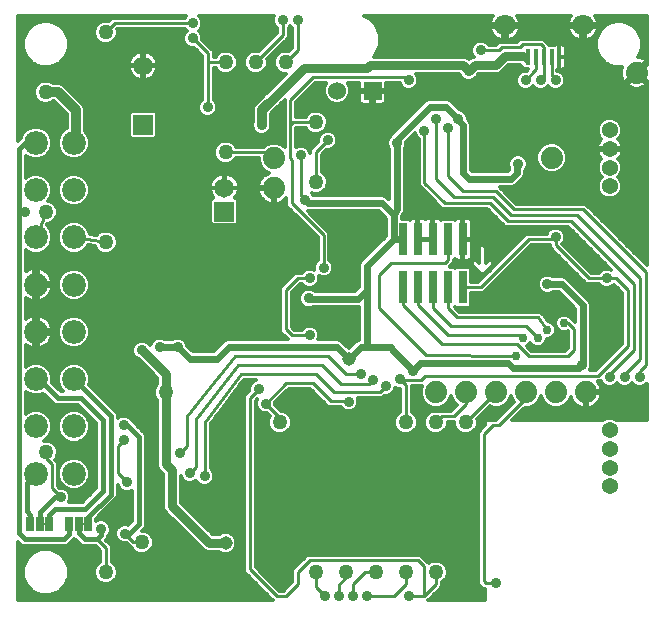
<source format=gbl>
G75*
%MOIN*%
%OFA0B0*%
%FSLAX24Y24*%
%IPPOS*%
%LPD*%
%AMOC8*
5,1,8,0,0,1.08239X$1,22.5*
%
%ADD10R,0.0290X0.1100*%
%ADD11R,0.0650X0.0650*%
%ADD12C,0.0650*%
%ADD13C,0.0600*%
%ADD14R,0.0600X0.0600*%
%ADD15C,0.0795*%
%ADD16R,0.0250X0.0500*%
%ADD17C,0.0540*%
%ADD18C,0.0740*%
%ADD19R,0.0157X0.0531*%
%ADD20C,0.0709*%
%ADD21C,0.0500*%
%ADD22C,0.0120*%
%ADD23C,0.0360*%
%ADD24C,0.0300*%
%ADD25C,0.0240*%
%ADD26C,0.0450*%
%ADD27C,0.0100*%
%ADD28C,0.0180*%
%ADD29C,0.0300*%
%ADD30C,0.0320*%
%ADD31C,0.0420*%
%ADD32C,0.0160*%
%ADD33C,0.0080*%
D10*
X035600Y031950D03*
X036100Y031950D03*
X036600Y031950D03*
X037100Y031950D03*
X037600Y031950D03*
X037600Y033550D03*
X037100Y033550D03*
X036600Y033550D03*
X036100Y033550D03*
X035600Y033550D03*
D11*
X029650Y034476D03*
X026940Y037366D03*
D12*
X026940Y039334D03*
X029650Y035264D03*
D13*
X033410Y038500D03*
D14*
X034590Y038500D03*
D15*
X024630Y036762D03*
X023370Y036762D03*
X023370Y035187D03*
X024630Y035187D03*
X024630Y033612D03*
X023370Y033612D03*
X023370Y032037D03*
X024630Y032037D03*
X024630Y030463D03*
X023370Y030463D03*
X023370Y028888D03*
X024630Y028888D03*
X024630Y027313D03*
X023370Y027313D03*
X023370Y025738D03*
X024630Y025738D03*
D16*
X024480Y024050D03*
X024800Y024050D03*
X025120Y024050D03*
X023820Y024050D03*
X023500Y024050D03*
X023180Y024050D03*
D17*
X042500Y025320D03*
X042500Y025940D03*
X042500Y026560D03*
X042500Y027180D03*
X042500Y035320D03*
X042500Y035940D03*
X042500Y036560D03*
X042500Y037180D03*
D18*
X043394Y039101D03*
X040565Y036273D03*
X031300Y036250D03*
X031300Y035250D03*
X036700Y028450D03*
X037700Y028450D03*
X038700Y028450D03*
X039700Y028450D03*
X040700Y028450D03*
X041700Y028450D03*
D19*
X040812Y039627D03*
X040556Y039627D03*
X040300Y039627D03*
X040044Y039627D03*
X039788Y039627D03*
D20*
X039001Y040680D03*
X041599Y040680D03*
D21*
X032700Y037450D03*
X032700Y035450D03*
X029700Y036450D03*
X029700Y039450D03*
X030700Y039450D03*
X031700Y039450D03*
X025700Y040450D03*
X023700Y038450D03*
X023700Y034450D03*
X025700Y033450D03*
X027700Y028450D03*
X031500Y027450D03*
X035700Y027450D03*
X036700Y027450D03*
X037700Y027450D03*
X036700Y022450D03*
X035700Y022450D03*
X034700Y022450D03*
X033700Y022450D03*
X032700Y022450D03*
X026900Y023450D03*
X025700Y022450D03*
X023700Y026450D03*
D22*
X022760Y023465D02*
X022760Y021510D01*
X031271Y021510D01*
X031210Y021571D01*
X030421Y022360D01*
X030310Y022471D01*
X030310Y028329D01*
X030421Y028440D01*
X030480Y028499D01*
X030480Y028614D01*
X030529Y028731D01*
X030619Y028821D01*
X030712Y028860D01*
X030295Y028860D01*
X029190Y027387D01*
X029190Y025913D01*
X029271Y025831D01*
X029320Y025714D01*
X029320Y025586D01*
X029271Y025469D01*
X029181Y025379D01*
X029064Y025330D01*
X028936Y025330D01*
X028819Y025379D01*
X028729Y025469D01*
X028712Y025509D01*
X028681Y025479D01*
X028564Y025430D01*
X028436Y025430D01*
X028319Y025479D01*
X028229Y025569D01*
X028190Y025662D01*
X028190Y024771D01*
X029259Y023710D01*
X029464Y023710D01*
X029483Y023729D01*
X029617Y023785D01*
X029763Y023785D01*
X029897Y023729D01*
X029999Y023627D01*
X030055Y023493D01*
X030055Y023347D01*
X029999Y023213D01*
X029897Y023111D01*
X029763Y023055D01*
X029617Y023055D01*
X029483Y023111D01*
X029464Y023130D01*
X029141Y023130D01*
X029083Y023130D01*
X029083Y023130D01*
X029082Y023130D01*
X029030Y023152D01*
X028977Y023173D01*
X028976Y023174D01*
X028976Y023174D01*
X028935Y023215D01*
X027736Y024404D01*
X027736Y024404D01*
X027695Y024445D01*
X027655Y024485D01*
X027655Y024485D01*
X027654Y024486D01*
X027632Y024539D01*
X027610Y024591D01*
X027610Y024592D01*
X027610Y024592D01*
X027610Y024649D01*
X027610Y024707D01*
X027610Y024707D01*
X027610Y025730D01*
X027536Y025804D01*
X027454Y025886D01*
X027410Y025992D01*
X027410Y028188D01*
X027369Y028229D01*
X027310Y028372D01*
X027310Y028528D01*
X027369Y028671D01*
X027410Y028712D01*
X027410Y028930D01*
X026791Y029549D01*
X026719Y029579D01*
X026629Y029669D01*
X026580Y029786D01*
X026580Y029914D01*
X026629Y030031D01*
X026719Y030121D01*
X026836Y030170D01*
X026964Y030170D01*
X027081Y030121D01*
X027171Y030031D01*
X027180Y030010D01*
X027180Y030014D01*
X027229Y030131D01*
X027319Y030221D01*
X027436Y030270D01*
X027564Y030270D01*
X027681Y030221D01*
X027693Y030210D01*
X027907Y030210D01*
X027919Y030221D01*
X028036Y030270D01*
X028164Y030270D01*
X028281Y030221D01*
X028371Y030131D01*
X028420Y030014D01*
X028420Y029998D01*
X028608Y029810D01*
X029292Y029810D01*
X029580Y030097D01*
X029580Y030097D01*
X029653Y030170D01*
X029748Y030210D01*
X031771Y030210D01*
X031621Y030360D01*
X031510Y030471D01*
X031510Y031929D01*
X032021Y032440D01*
X032237Y032440D01*
X032319Y032521D01*
X032436Y032570D01*
X032564Y032570D01*
X032640Y032538D01*
X032640Y032664D01*
X032689Y032781D01*
X032770Y032863D01*
X023030Y032863D01*
X023030Y032745D02*
X032673Y032745D01*
X032640Y032626D02*
X023030Y032626D01*
X023030Y032508D02*
X023069Y032508D01*
X023078Y032514D02*
X023030Y032479D01*
X023030Y033192D01*
X023066Y033157D01*
X023263Y033075D01*
X023477Y033075D01*
X023674Y033157D01*
X023826Y033308D01*
X023907Y033505D01*
X023907Y033719D01*
X023826Y033917D01*
X023731Y034011D01*
X023751Y034060D01*
X023778Y034060D01*
X023921Y034119D01*
X024031Y034229D01*
X024090Y034372D01*
X024090Y034528D01*
X024031Y034671D01*
X023921Y034781D01*
X023782Y034838D01*
X023826Y034883D01*
X023907Y035080D01*
X023907Y035294D01*
X023826Y035491D01*
X023674Y035643D01*
X023477Y035725D01*
X023263Y035725D01*
X023066Y035643D01*
X023030Y035607D01*
X023030Y036342D01*
X023066Y036306D01*
X023263Y036224D01*
X023477Y036224D01*
X023674Y036306D01*
X023826Y036457D01*
X023907Y036655D01*
X024092Y036655D01*
X024174Y036457D01*
X024325Y036306D01*
X024523Y036224D01*
X024737Y036224D01*
X024934Y036306D01*
X025086Y036457D01*
X025167Y036655D01*
X029363Y036655D01*
X029369Y036671D02*
X029310Y036528D01*
X029310Y036372D01*
X029369Y036229D01*
X029479Y036119D01*
X029622Y036060D01*
X029778Y036060D01*
X029921Y036119D01*
X030031Y036229D01*
X030043Y036260D01*
X030790Y036260D01*
X030790Y036149D01*
X030868Y035961D01*
X031011Y035818D01*
X031152Y035759D01*
X031097Y035741D01*
X031022Y035703D01*
X030955Y035654D01*
X030896Y035595D01*
X030847Y035528D01*
X030809Y035453D01*
X030783Y035374D01*
X030770Y035292D01*
X030770Y035290D01*
X031260Y035290D01*
X031260Y035210D01*
X031340Y035210D01*
X031340Y034720D01*
X031342Y034720D01*
X031424Y034733D01*
X031503Y034759D01*
X031578Y034797D01*
X031645Y034846D01*
X031704Y034905D01*
X031710Y034913D01*
X031710Y034671D01*
X031821Y034560D01*
X032770Y033611D01*
X032770Y032863D01*
X032770Y032982D02*
X023030Y032982D01*
X023030Y033100D02*
X023202Y033100D01*
X023538Y033100D02*
X024462Y033100D01*
X024523Y033075D02*
X024737Y033075D01*
X024934Y033157D01*
X025086Y033308D01*
X025102Y033348D01*
X025335Y033313D01*
X025369Y033229D01*
X025479Y033119D01*
X025622Y033060D01*
X025778Y033060D01*
X025921Y033119D01*
X026031Y033229D01*
X026090Y033372D01*
X026090Y033528D01*
X026031Y033671D01*
X025921Y033781D01*
X025778Y033840D01*
X025622Y033840D01*
X025479Y033781D01*
X025388Y033689D01*
X025166Y033723D01*
X025086Y033917D01*
X024934Y034068D01*
X024737Y034150D01*
X024523Y034150D01*
X024325Y034068D01*
X024174Y033917D01*
X024092Y033719D01*
X024092Y033505D01*
X024174Y033308D01*
X024325Y033157D01*
X024523Y033075D01*
X024798Y033100D02*
X025526Y033100D01*
X025380Y033219D02*
X024996Y033219D01*
X025098Y033337D02*
X025178Y033337D01*
X025368Y033693D02*
X025391Y033693D01*
X025552Y033811D02*
X025129Y033811D01*
X025073Y033930D02*
X032452Y033930D01*
X032333Y034048D02*
X030070Y034048D01*
X030033Y034011D02*
X030115Y034093D01*
X030115Y034859D01*
X030033Y034941D01*
X030013Y034941D01*
X030020Y034948D01*
X030065Y035010D01*
X030099Y035078D01*
X030123Y035150D01*
X030135Y035226D01*
X030135Y035251D01*
X029663Y035251D01*
X029663Y035276D01*
X030135Y035276D01*
X030135Y035302D01*
X030123Y035377D01*
X030099Y035450D01*
X030065Y035518D01*
X030020Y035580D01*
X029966Y035634D01*
X029904Y035679D01*
X029836Y035713D01*
X029764Y035737D01*
X029688Y035749D01*
X029663Y035749D01*
X029663Y035276D01*
X029637Y035276D01*
X029637Y035251D01*
X029165Y035251D01*
X029165Y035226D01*
X029177Y035150D01*
X029201Y035078D01*
X029235Y035010D01*
X029280Y034948D01*
X029287Y034941D01*
X029267Y034941D01*
X029185Y034859D01*
X029185Y034093D01*
X029267Y034011D01*
X030033Y034011D01*
X030115Y034167D02*
X032215Y034167D01*
X032096Y034285D02*
X030115Y034285D01*
X030115Y034404D02*
X031978Y034404D01*
X031859Y034522D02*
X030115Y034522D01*
X030115Y034641D02*
X031741Y034641D01*
X031710Y034759D02*
X031504Y034759D01*
X031340Y034759D02*
X031260Y034759D01*
X031260Y034720D02*
X031260Y035210D01*
X030770Y035210D01*
X030770Y035208D01*
X030783Y035126D01*
X030809Y035047D01*
X030847Y034972D01*
X030896Y034905D01*
X030955Y034846D01*
X031022Y034797D01*
X031097Y034759D01*
X031176Y034733D01*
X031258Y034720D01*
X031260Y034720D01*
X031260Y034878D02*
X031340Y034878D01*
X031340Y034996D02*
X031260Y034996D01*
X031260Y035115D02*
X031340Y035115D01*
X031260Y035233D02*
X030135Y035233D01*
X030127Y035352D02*
X030779Y035352D01*
X030817Y035470D02*
X030089Y035470D01*
X030011Y035589D02*
X030891Y035589D01*
X031030Y035707D02*
X029848Y035707D01*
X029663Y035707D02*
X029637Y035707D01*
X029637Y035749D02*
X029612Y035749D01*
X029536Y035737D01*
X029464Y035713D01*
X029396Y035679D01*
X029334Y035634D01*
X029280Y035580D01*
X029235Y035518D01*
X029201Y035450D01*
X029177Y035377D01*
X029165Y035302D01*
X029165Y035276D01*
X029637Y035276D01*
X029637Y035749D01*
X029637Y035589D02*
X029663Y035589D01*
X029663Y035470D02*
X029637Y035470D01*
X029637Y035352D02*
X029663Y035352D01*
X029452Y035707D02*
X024779Y035707D01*
X024737Y035725D02*
X024934Y035643D01*
X025086Y035491D01*
X025167Y035294D01*
X025167Y035080D01*
X025086Y034883D01*
X024934Y034731D01*
X024737Y034650D01*
X024523Y034650D01*
X024325Y034731D01*
X024174Y034883D01*
X024092Y035080D01*
X024092Y035294D01*
X024174Y035491D01*
X024325Y035643D01*
X024523Y035725D01*
X024737Y035725D01*
X024481Y035707D02*
X023519Y035707D01*
X023729Y035589D02*
X024271Y035589D01*
X024165Y035470D02*
X023835Y035470D01*
X023884Y035352D02*
X024116Y035352D01*
X024092Y035233D02*
X023907Y035233D01*
X023907Y035115D02*
X024092Y035115D01*
X024127Y034996D02*
X023873Y034996D01*
X023821Y034878D02*
X024179Y034878D01*
X024298Y034759D02*
X023943Y034759D01*
X024043Y034641D02*
X029185Y034641D01*
X029185Y034759D02*
X024962Y034759D01*
X025081Y034878D02*
X029203Y034878D01*
X029245Y034996D02*
X025133Y034996D01*
X025167Y035115D02*
X029189Y035115D01*
X029165Y035233D02*
X025167Y035233D01*
X025143Y035352D02*
X029173Y035352D01*
X029211Y035470D02*
X025094Y035470D01*
X024988Y035589D02*
X029289Y035589D01*
X029616Y036063D02*
X023030Y036063D01*
X023030Y036181D02*
X029417Y036181D01*
X029340Y036300D02*
X024918Y036300D01*
X025046Y036418D02*
X029310Y036418D01*
X029314Y036537D02*
X025118Y036537D01*
X025167Y036655D02*
X025167Y036869D01*
X025086Y037066D01*
X025000Y037152D01*
X025000Y037910D01*
X024954Y038020D01*
X024870Y038104D01*
X024270Y038704D01*
X024160Y038750D01*
X023952Y038750D01*
X023921Y038781D01*
X023778Y038840D01*
X023622Y038840D01*
X023479Y038781D01*
X023369Y038671D01*
X023310Y038528D01*
X023310Y038372D01*
X023369Y038229D01*
X023479Y038119D01*
X023622Y038060D01*
X023778Y038060D01*
X023921Y038119D01*
X023952Y038150D01*
X023976Y038150D01*
X024400Y037726D01*
X024400Y037248D01*
X024325Y037217D01*
X024174Y037066D01*
X024092Y036869D01*
X024092Y036655D01*
X024092Y036774D02*
X023907Y036774D01*
X023907Y036869D02*
X023826Y037066D01*
X023674Y037217D01*
X023477Y037299D01*
X023263Y037299D01*
X023066Y037217D01*
X022914Y037066D01*
X022860Y036935D01*
X022760Y036835D01*
X022760Y040990D01*
X028387Y040990D01*
X028337Y040940D01*
X025921Y040940D01*
X025808Y040827D01*
X025778Y040840D01*
X025622Y040840D01*
X025479Y040781D01*
X025369Y040671D01*
X025310Y040528D01*
X025310Y040372D01*
X025369Y040229D01*
X025479Y040119D01*
X025622Y040060D01*
X025778Y040060D01*
X025921Y040119D01*
X026031Y040229D01*
X026090Y040372D01*
X026090Y040528D01*
X026077Y040558D01*
X026079Y040560D01*
X028337Y040560D01*
X028397Y040500D01*
X028329Y040431D01*
X028280Y040314D01*
X028280Y040186D01*
X028329Y040069D01*
X028419Y039979D01*
X028536Y039930D01*
X028651Y039930D01*
X028910Y039671D01*
X028910Y038213D01*
X028829Y038131D01*
X028780Y038014D01*
X028780Y037886D01*
X028829Y037769D01*
X028919Y037679D01*
X029036Y037630D01*
X029164Y037630D01*
X029281Y037679D01*
X029371Y037769D01*
X029420Y037886D01*
X029420Y038014D01*
X029371Y038131D01*
X029290Y038213D01*
X029290Y039260D01*
X029357Y039260D01*
X029369Y039229D01*
X029479Y039119D01*
X029622Y039060D01*
X029778Y039060D01*
X029921Y039119D01*
X030031Y039229D01*
X030090Y039372D01*
X030090Y039528D01*
X030031Y039671D01*
X029921Y039781D01*
X029778Y039840D01*
X029622Y039840D01*
X029479Y039781D01*
X029369Y039671D01*
X029357Y039640D01*
X029290Y039640D01*
X029290Y039829D01*
X028920Y040199D01*
X028920Y040314D01*
X028871Y040431D01*
X028803Y040500D01*
X028871Y040569D01*
X028920Y040686D01*
X028920Y040814D01*
X028871Y040931D01*
X028813Y040990D01*
X031312Y040990D01*
X031280Y040914D01*
X031280Y040786D01*
X031329Y040669D01*
X031410Y040587D01*
X031410Y040429D01*
X030808Y039827D01*
X030778Y039840D01*
X030622Y039840D01*
X030479Y039781D01*
X030369Y039671D01*
X030310Y039528D01*
X030310Y039372D01*
X030369Y039229D01*
X030479Y039119D01*
X030622Y039060D01*
X030778Y039060D01*
X030921Y039119D01*
X031031Y039229D01*
X031090Y039372D01*
X031090Y039528D01*
X031077Y039558D01*
X031790Y040271D01*
X031790Y040587D01*
X031850Y040647D01*
X031910Y040587D01*
X031910Y039929D01*
X031808Y039827D01*
X031778Y039840D01*
X031622Y039840D01*
X031479Y039781D01*
X031369Y039671D01*
X031310Y039528D01*
X031310Y039372D01*
X031369Y039229D01*
X031479Y039119D01*
X031622Y039060D01*
X031700Y039060D01*
X030954Y038314D01*
X030930Y038304D01*
X030730Y038104D01*
X030646Y038020D01*
X030600Y037910D01*
X030600Y037462D01*
X030580Y037414D01*
X030580Y037286D01*
X030629Y037169D01*
X030719Y037079D01*
X030836Y037030D01*
X030964Y037030D01*
X031081Y037079D01*
X031171Y037169D01*
X031220Y037286D01*
X031220Y037414D01*
X031200Y037462D01*
X031200Y037726D01*
X031354Y037880D01*
X031364Y037904D01*
X031660Y038200D01*
X031660Y036611D01*
X031589Y036682D01*
X031401Y036760D01*
X031199Y036760D01*
X031011Y036682D01*
X030969Y036640D01*
X030043Y036640D01*
X030031Y036671D01*
X029921Y036781D01*
X029778Y036840D01*
X029622Y036840D01*
X029479Y036781D01*
X029369Y036671D01*
X029472Y036774D02*
X025167Y036774D01*
X025158Y036892D02*
X031660Y036892D01*
X031660Y036774D02*
X029928Y036774D01*
X030037Y036655D02*
X030984Y036655D01*
X031132Y037129D02*
X031660Y037129D01*
X031660Y037011D02*
X027405Y037011D01*
X027405Y036983D02*
X027405Y037749D01*
X027323Y037831D01*
X026557Y037831D01*
X026475Y037749D01*
X026475Y036983D01*
X026557Y036901D01*
X027323Y036901D01*
X027405Y036983D01*
X027405Y037129D02*
X030668Y037129D01*
X030596Y037248D02*
X027405Y037248D01*
X027405Y037366D02*
X030580Y037366D01*
X030600Y037485D02*
X027405Y037485D01*
X027405Y037603D02*
X030600Y037603D01*
X030600Y037722D02*
X029324Y037722D01*
X029401Y037840D02*
X030600Y037840D01*
X030620Y037959D02*
X029420Y037959D01*
X029394Y038077D02*
X030703Y038077D01*
X030730Y038104D02*
X030730Y038104D01*
X030821Y038196D02*
X029307Y038196D01*
X029290Y038314D02*
X030954Y038314D01*
X031072Y038433D02*
X029290Y038433D01*
X029290Y038551D02*
X031191Y038551D01*
X031309Y038670D02*
X029290Y038670D01*
X029290Y038788D02*
X031428Y038788D01*
X031546Y038907D02*
X029290Y038907D01*
X029290Y039025D02*
X031665Y039025D01*
X031455Y039144D02*
X030945Y039144D01*
X031044Y039262D02*
X031356Y039262D01*
X031310Y039381D02*
X031090Y039381D01*
X031090Y039499D02*
X031310Y039499D01*
X031347Y039618D02*
X031136Y039618D01*
X031255Y039736D02*
X031434Y039736D01*
X031373Y039855D02*
X031836Y039855D01*
X031910Y039973D02*
X031492Y039973D01*
X031610Y040092D02*
X031910Y040092D01*
X031910Y040210D02*
X031729Y040210D01*
X031790Y040329D02*
X031910Y040329D01*
X031910Y040447D02*
X031790Y040447D01*
X031790Y040566D02*
X031910Y040566D01*
X031410Y040566D02*
X028868Y040566D01*
X028856Y040447D02*
X031410Y040447D01*
X031310Y040329D02*
X028914Y040329D01*
X028920Y040210D02*
X031191Y040210D01*
X031073Y040092D02*
X029027Y040092D01*
X029146Y039973D02*
X030954Y039973D01*
X030836Y039855D02*
X029264Y039855D01*
X029290Y039736D02*
X029434Y039736D01*
X029966Y039736D02*
X030434Y039736D01*
X030347Y039618D02*
X030053Y039618D01*
X030090Y039499D02*
X030310Y039499D01*
X030310Y039381D02*
X030090Y039381D01*
X030044Y039262D02*
X030356Y039262D01*
X030455Y039144D02*
X029945Y039144D01*
X029455Y039144D02*
X029290Y039144D01*
X028910Y039144D02*
X027387Y039144D01*
X027389Y039148D02*
X027413Y039221D01*
X027425Y039296D01*
X027425Y039312D01*
X026963Y039312D01*
X026963Y039357D01*
X027425Y039357D01*
X027425Y039372D01*
X027413Y039448D01*
X027389Y039520D01*
X027355Y039588D01*
X027310Y039650D01*
X027256Y039704D01*
X027194Y039749D01*
X027126Y039784D01*
X027054Y039807D01*
X026978Y039819D01*
X026963Y039819D01*
X026963Y039357D01*
X026917Y039357D01*
X026917Y039312D01*
X026455Y039312D01*
X026455Y039296D01*
X026467Y039221D01*
X026491Y039148D01*
X026525Y039080D01*
X026570Y039018D01*
X026624Y038964D01*
X026686Y038919D01*
X026754Y038885D01*
X026826Y038861D01*
X026902Y038849D01*
X026917Y038849D01*
X026917Y039312D01*
X026963Y039312D01*
X026963Y038849D01*
X026978Y038849D01*
X027054Y038861D01*
X027126Y038885D01*
X027194Y038919D01*
X027256Y038964D01*
X027310Y039018D01*
X027355Y039080D01*
X027389Y039148D01*
X027420Y039262D02*
X028910Y039262D01*
X028910Y039381D02*
X027424Y039381D01*
X027396Y039499D02*
X028910Y039499D01*
X028910Y039618D02*
X027334Y039618D01*
X027212Y039736D02*
X028845Y039736D01*
X028727Y039855D02*
X024442Y039855D01*
X024460Y039899D02*
X024344Y039619D01*
X024131Y039406D01*
X023851Y039290D01*
X023549Y039290D01*
X023269Y039406D01*
X023056Y039619D01*
X022940Y039899D01*
X022940Y040201D01*
X023056Y040481D01*
X023269Y040694D01*
X023549Y040810D01*
X023851Y040810D01*
X024131Y040694D01*
X024344Y040481D01*
X024460Y040201D01*
X024460Y039899D01*
X024460Y039973D02*
X028432Y039973D01*
X028319Y040092D02*
X025854Y040092D01*
X026012Y040210D02*
X028280Y040210D01*
X028286Y040329D02*
X026072Y040329D01*
X026090Y040447D02*
X028344Y040447D01*
X028919Y040684D02*
X031322Y040684D01*
X031280Y040803D02*
X028920Y040803D01*
X028876Y040921D02*
X031283Y040921D01*
X032679Y038760D02*
X033048Y038760D01*
X033037Y038749D01*
X032970Y038588D01*
X032970Y038412D01*
X033037Y038251D01*
X033161Y038127D01*
X033322Y038060D01*
X033498Y038060D01*
X033659Y038127D01*
X033783Y038251D01*
X033850Y038412D01*
X033850Y038588D01*
X033783Y038749D01*
X033772Y038760D01*
X034130Y038760D01*
X034130Y038540D01*
X034550Y038540D01*
X034550Y038460D01*
X034630Y038460D01*
X034630Y038540D01*
X035050Y038540D01*
X035050Y038760D01*
X035491Y038760D01*
X035529Y038669D01*
X035619Y038579D01*
X035736Y038530D01*
X035864Y038530D01*
X035981Y038579D01*
X036071Y038669D01*
X036120Y038786D01*
X036120Y038914D01*
X036071Y039031D01*
X036043Y039060D01*
X037480Y039060D01*
X037499Y039041D01*
X037529Y038969D01*
X037619Y038879D01*
X037736Y038830D01*
X037864Y038830D01*
X037981Y038879D01*
X038071Y038969D01*
X038101Y039041D01*
X038120Y039060D01*
X038758Y039060D01*
X038864Y039104D01*
X039120Y039360D01*
X039521Y039360D01*
X039544Y039337D01*
X039565Y039295D01*
X039584Y039288D01*
X039651Y039221D01*
X039770Y039221D01*
X039770Y039221D01*
X039726Y039170D01*
X039634Y039170D01*
X039516Y039121D01*
X039426Y039031D01*
X039377Y038914D01*
X039377Y038786D01*
X039426Y038669D01*
X039516Y038579D01*
X039634Y038530D01*
X039761Y038530D01*
X039879Y038579D01*
X039949Y038649D01*
X040019Y038579D01*
X040136Y038530D01*
X040264Y038530D01*
X040381Y038579D01*
X040450Y038647D01*
X040519Y038579D01*
X040636Y038530D01*
X040764Y038530D01*
X040881Y038579D01*
X040971Y038669D01*
X041020Y038786D01*
X041020Y038914D01*
X040971Y039031D01*
X040881Y039121D01*
X040764Y039170D01*
X040746Y039170D01*
X040746Y039201D01*
X040812Y039201D01*
X040912Y039201D01*
X040952Y039212D01*
X040989Y039233D01*
X041019Y039263D01*
X041040Y039299D01*
X041051Y039340D01*
X041051Y039627D01*
X041051Y039914D01*
X041040Y039954D01*
X041019Y039991D01*
X040989Y040021D01*
X040952Y040042D01*
X040912Y040053D01*
X040812Y040053D01*
X040812Y039627D01*
X041051Y039627D01*
X040812Y039627D01*
X040812Y039627D01*
X040812Y039627D01*
X040812Y040053D01*
X040712Y040053D01*
X040671Y040042D01*
X040656Y040033D01*
X040486Y040033D01*
X040379Y040140D01*
X040279Y040240D01*
X039521Y040240D01*
X039421Y040140D01*
X038821Y040140D01*
X038721Y040040D01*
X038463Y040040D01*
X038381Y040121D01*
X038264Y040170D01*
X038136Y040170D01*
X038019Y040121D01*
X037929Y040031D01*
X037880Y039914D01*
X037880Y039786D01*
X037929Y039669D01*
X037957Y039640D01*
X037942Y039640D01*
X037836Y039596D01*
X037800Y039560D01*
X037764Y039596D01*
X037658Y039640D01*
X034642Y039640D01*
X034721Y039719D01*
X034850Y040031D01*
X034850Y040369D01*
X034721Y040681D01*
X034481Y040921D01*
X034480Y040921D02*
X038546Y040921D01*
X038561Y040950D02*
X038524Y040877D01*
X038499Y040800D01*
X038489Y040738D01*
X038943Y040738D01*
X038943Y040622D01*
X039059Y040622D01*
X039059Y040738D01*
X039512Y040738D01*
X039502Y040800D01*
X039477Y040877D01*
X039441Y040950D01*
X039411Y040990D01*
X041189Y040990D01*
X041159Y040950D01*
X041123Y040877D01*
X041098Y040800D01*
X041088Y040738D01*
X041541Y040738D01*
X041541Y040622D01*
X041088Y040622D01*
X041098Y040560D01*
X041123Y040483D01*
X041159Y040410D01*
X041207Y040345D01*
X041264Y040288D01*
X041330Y040240D01*
X041402Y040203D01*
X041479Y040178D01*
X041541Y040168D01*
X041541Y040622D01*
X041657Y040622D01*
X041657Y040168D01*
X041720Y040178D01*
X041797Y040203D01*
X041869Y040240D01*
X041934Y040288D01*
X041992Y040345D01*
X042039Y040410D01*
X042076Y040483D01*
X042101Y040560D01*
X042111Y040622D01*
X041657Y040622D01*
X041657Y040738D01*
X042111Y040738D01*
X042101Y040800D01*
X042076Y040877D01*
X042039Y040950D01*
X042010Y040990D01*
X043740Y040990D01*
X043740Y039370D01*
X043472Y039101D01*
X043740Y038833D01*
X043740Y032679D01*
X041790Y034629D01*
X041679Y034740D01*
X039379Y034740D01*
X038890Y035229D01*
X038829Y035290D01*
X039252Y035290D01*
X039347Y035330D01*
X039547Y035530D01*
X039620Y035603D01*
X039660Y035698D01*
X039660Y035827D01*
X039711Y035879D01*
X039760Y035996D01*
X039760Y036124D01*
X039711Y036241D01*
X039621Y036331D01*
X039504Y036380D01*
X039376Y036380D01*
X039259Y036331D01*
X039169Y036241D01*
X039120Y036124D01*
X039120Y035996D01*
X039140Y035948D01*
X039140Y035858D01*
X039092Y035810D01*
X037908Y035810D01*
X037860Y035858D01*
X037860Y037402D01*
X037820Y037497D01*
X037760Y037558D01*
X037760Y037624D01*
X037711Y037741D01*
X037621Y037831D01*
X037504Y037880D01*
X037488Y037880D01*
X037197Y038170D01*
X037102Y038210D01*
X036448Y038210D01*
X036353Y038170D01*
X036280Y038097D01*
X035180Y036997D01*
X035169Y036971D01*
X035129Y036931D01*
X035080Y036814D01*
X035080Y036686D01*
X035129Y036569D01*
X035140Y036557D01*
X035140Y034878D01*
X035120Y034897D01*
X035047Y034970D01*
X034952Y035010D01*
X032630Y035010D01*
X032621Y035031D01*
X032571Y035081D01*
X032622Y035060D01*
X032778Y035060D01*
X032921Y035119D01*
X033031Y035229D01*
X033090Y035372D01*
X033090Y035528D01*
X033031Y035671D01*
X032921Y035781D01*
X032890Y035793D01*
X032890Y036371D01*
X033049Y036530D01*
X033164Y036530D01*
X033281Y036579D01*
X033371Y036669D01*
X033420Y036786D01*
X033420Y036914D01*
X033371Y037031D01*
X033281Y037121D01*
X033164Y037170D01*
X033036Y037170D01*
X032926Y037124D01*
X033031Y037229D01*
X033090Y037372D01*
X033090Y037528D01*
X033031Y037671D01*
X032921Y037781D01*
X032778Y037840D01*
X032622Y037840D01*
X032479Y037781D01*
X032369Y037671D01*
X032357Y037640D01*
X032040Y037640D01*
X032040Y038121D01*
X032679Y038760D01*
X032588Y038670D02*
X033004Y038670D01*
X032970Y038551D02*
X032470Y038551D01*
X032351Y038433D02*
X032970Y038433D01*
X033011Y038314D02*
X032233Y038314D01*
X032114Y038196D02*
X033092Y038196D01*
X033281Y038077D02*
X032040Y038077D01*
X032040Y037959D02*
X036141Y037959D01*
X036259Y038077D02*
X034993Y038077D01*
X034988Y038072D02*
X035018Y038102D01*
X035039Y038138D01*
X035050Y038179D01*
X035050Y038460D01*
X034630Y038460D01*
X034630Y038040D01*
X034911Y038040D01*
X034952Y038051D01*
X034988Y038072D01*
X035050Y038196D02*
X036413Y038196D01*
X036022Y037840D02*
X032040Y037840D01*
X032040Y037722D02*
X032420Y037722D01*
X032357Y037260D02*
X032369Y037229D01*
X032479Y037119D01*
X032622Y037060D01*
X032778Y037060D01*
X032914Y037116D01*
X032829Y037031D01*
X032780Y036914D01*
X032780Y036799D01*
X032510Y036529D01*
X032510Y036438D01*
X032471Y036531D01*
X032381Y036621D01*
X032264Y036670D01*
X032136Y036670D01*
X032040Y036630D01*
X032040Y037260D01*
X032357Y037260D01*
X032362Y037248D02*
X032040Y037248D01*
X032040Y037129D02*
X032469Y037129D01*
X032820Y037011D02*
X032040Y037011D01*
X032040Y036892D02*
X032780Y036892D01*
X032755Y036774D02*
X032040Y036774D01*
X032040Y036655D02*
X032100Y036655D01*
X032300Y036655D02*
X032636Y036655D01*
X032518Y036537D02*
X032466Y036537D01*
X032937Y036418D02*
X035140Y036418D01*
X035140Y036300D02*
X032890Y036300D01*
X032890Y036181D02*
X035140Y036181D01*
X035140Y036063D02*
X032890Y036063D01*
X032890Y035944D02*
X035140Y035944D01*
X035140Y035826D02*
X032890Y035826D01*
X032995Y035707D02*
X035140Y035707D01*
X035140Y035589D02*
X033065Y035589D01*
X033090Y035470D02*
X035140Y035470D01*
X035140Y035352D02*
X033081Y035352D01*
X033032Y035233D02*
X035140Y035233D01*
X035140Y035115D02*
X032909Y035115D01*
X032429Y034490D02*
X034792Y034490D01*
X035040Y034242D01*
X035040Y033658D01*
X034253Y032870D01*
X034180Y032797D01*
X034140Y032702D01*
X034140Y031958D01*
X033992Y031810D01*
X032683Y031810D01*
X032641Y031851D01*
X032524Y031900D01*
X032396Y031900D01*
X032279Y031851D01*
X032189Y031761D01*
X032140Y031644D01*
X032140Y031516D01*
X032189Y031399D01*
X032279Y031309D01*
X032396Y031260D01*
X032524Y031260D01*
X032596Y031290D01*
X034140Y031290D01*
X034140Y030207D01*
X034053Y030170D01*
X033800Y029918D01*
X033547Y030170D01*
X033452Y030210D01*
X032788Y030210D01*
X032820Y030286D01*
X032820Y030414D01*
X032771Y030531D01*
X032681Y030621D01*
X032564Y030670D01*
X032436Y030670D01*
X032319Y030621D01*
X032237Y030540D01*
X031979Y030540D01*
X031890Y030629D01*
X031890Y031771D01*
X032179Y032060D01*
X032237Y032060D01*
X032319Y031979D01*
X032436Y031930D01*
X032564Y031930D01*
X032681Y031979D01*
X032771Y032069D01*
X032820Y032186D01*
X032820Y032312D01*
X032896Y032280D01*
X033024Y032280D01*
X033141Y032329D01*
X033231Y032419D01*
X033280Y032536D01*
X033280Y032664D01*
X033231Y032781D01*
X033150Y032863D01*
X034245Y032863D01*
X034158Y032745D02*
X033247Y032745D01*
X033280Y032626D02*
X034140Y032626D01*
X034140Y032508D02*
X033268Y032508D01*
X033202Y032389D02*
X034140Y032389D01*
X034140Y032271D02*
X032820Y032271D01*
X032806Y032152D02*
X034140Y032152D01*
X034140Y032034D02*
X032736Y032034D01*
X032264Y032034D02*
X032152Y032034D01*
X032034Y031915D02*
X034097Y031915D01*
X034140Y031204D02*
X031890Y031204D01*
X031890Y031086D02*
X034140Y031086D01*
X034140Y030967D02*
X031890Y030967D01*
X031890Y030849D02*
X034140Y030849D01*
X034140Y030730D02*
X031890Y030730D01*
X031907Y030612D02*
X032309Y030612D01*
X032691Y030612D02*
X034140Y030612D01*
X034140Y030493D02*
X032787Y030493D01*
X032820Y030375D02*
X034140Y030375D01*
X034140Y030256D02*
X032807Y030256D01*
X033580Y030138D02*
X034020Y030138D01*
X033901Y030019D02*
X033699Y030019D01*
X032265Y031323D02*
X031890Y031323D01*
X031890Y031441D02*
X032171Y031441D01*
X032140Y031560D02*
X031890Y031560D01*
X031890Y031678D02*
X032154Y031678D01*
X032224Y031797D02*
X031915Y031797D01*
X031615Y032034D02*
X025167Y032034D01*
X025167Y031930D02*
X025086Y031733D01*
X024934Y031582D01*
X024737Y031500D01*
X024523Y031500D01*
X024325Y031582D01*
X024174Y031733D01*
X024092Y031930D01*
X024092Y032144D01*
X024174Y032342D01*
X024325Y032493D01*
X024523Y032575D01*
X024737Y032575D01*
X024934Y032493D01*
X025086Y032342D01*
X025167Y032144D01*
X025167Y031930D01*
X025161Y031915D02*
X031510Y031915D01*
X031510Y031797D02*
X025112Y031797D01*
X025031Y031678D02*
X031510Y031678D01*
X031510Y031560D02*
X024881Y031560D01*
X024379Y031560D02*
X023660Y031560D01*
X023662Y031561D02*
X023733Y031612D01*
X023795Y031674D01*
X023847Y031745D01*
X023887Y031823D01*
X023914Y031907D01*
X023925Y031977D01*
X023430Y031977D01*
X023430Y031482D01*
X023501Y031494D01*
X023584Y031521D01*
X023662Y031561D01*
X023798Y031678D02*
X024229Y031678D01*
X024148Y031797D02*
X023873Y031797D01*
X023915Y031915D02*
X024099Y031915D01*
X024092Y032034D02*
X023430Y032034D01*
X023430Y031977D02*
X023430Y032097D01*
X023925Y032097D01*
X023914Y032168D01*
X023887Y032251D01*
X023847Y032330D01*
X023795Y032401D01*
X023733Y032463D01*
X023662Y032514D01*
X023584Y032554D01*
X023501Y032581D01*
X023430Y032592D01*
X023430Y032097D01*
X023310Y032097D01*
X023310Y032592D01*
X023239Y032581D01*
X023156Y032554D01*
X023078Y032514D01*
X023310Y032508D02*
X023430Y032508D01*
X023430Y032389D02*
X023310Y032389D01*
X023310Y032271D02*
X023430Y032271D01*
X023430Y032152D02*
X023310Y032152D01*
X023310Y031977D02*
X023430Y031977D01*
X023430Y031915D02*
X023310Y031915D01*
X023310Y031977D02*
X023310Y031482D01*
X023239Y031494D01*
X023156Y031521D01*
X023078Y031561D01*
X023030Y031595D01*
X023030Y030905D01*
X023078Y030939D01*
X023156Y030979D01*
X023239Y031006D01*
X023310Y031018D01*
X023310Y030523D01*
X023430Y030523D01*
X023430Y031018D01*
X023501Y031006D01*
X023584Y030979D01*
X023662Y030939D01*
X023733Y030888D01*
X023795Y030826D01*
X023847Y030755D01*
X023887Y030677D01*
X023914Y030593D01*
X023925Y030523D01*
X023430Y030523D01*
X023430Y030403D01*
X023925Y030403D01*
X023914Y030332D01*
X023887Y030249D01*
X023847Y030170D01*
X023795Y030099D01*
X023733Y030037D01*
X023662Y029986D01*
X023584Y029946D01*
X023501Y029919D01*
X023430Y029908D01*
X023430Y030403D01*
X023310Y030403D01*
X023310Y029908D01*
X023239Y029919D01*
X023156Y029946D01*
X023078Y029986D01*
X023030Y030021D01*
X023030Y029308D01*
X023030Y029308D01*
X023066Y029343D01*
X023263Y029425D01*
X023477Y029425D01*
X023674Y029343D01*
X023826Y029192D01*
X023907Y028995D01*
X023907Y028781D01*
X023904Y028772D01*
X024195Y028480D01*
X024278Y028480D01*
X024174Y028583D01*
X024092Y028781D01*
X024092Y028995D01*
X024174Y029192D01*
X024325Y029343D01*
X024523Y029425D01*
X024737Y029425D01*
X024934Y029343D01*
X025086Y029192D01*
X025167Y028995D01*
X025167Y028781D01*
X025136Y028706D01*
X025955Y027888D01*
X025955Y027888D01*
X026090Y027753D01*
X026090Y027593D01*
X026119Y027621D01*
X026236Y027670D01*
X026364Y027670D01*
X026481Y027621D01*
X026571Y027531D01*
X026591Y027485D01*
X026630Y027445D01*
X027030Y027045D01*
X027030Y023955D01*
X026915Y023840D01*
X026978Y023840D01*
X027121Y023781D01*
X027231Y023671D01*
X027290Y023528D01*
X027290Y023372D01*
X027231Y023229D01*
X027121Y023119D01*
X026978Y023060D01*
X026822Y023060D01*
X026679Y023119D01*
X026569Y023229D01*
X026557Y023260D01*
X026541Y023260D01*
X026391Y023410D01*
X026276Y023410D01*
X026159Y023459D01*
X026069Y023549D01*
X026020Y023666D01*
X026020Y023794D01*
X026069Y023911D01*
X026159Y024001D01*
X026276Y024050D01*
X026404Y024050D01*
X026454Y024029D01*
X026570Y024145D01*
X026570Y025174D01*
X026464Y025130D01*
X026336Y025130D01*
X026219Y025179D01*
X026129Y025269D01*
X026090Y025362D01*
X026090Y024945D01*
X025955Y024810D01*
X025385Y024240D01*
X025385Y024172D01*
X025476Y024210D01*
X025604Y024210D01*
X025721Y024161D01*
X025811Y024071D01*
X025860Y023954D01*
X025860Y023826D01*
X025811Y023709D01*
X025770Y023667D01*
X025770Y023595D01*
X025697Y023522D01*
X025890Y023329D01*
X025890Y022793D01*
X025921Y022781D01*
X026031Y022671D01*
X026090Y022528D01*
X026090Y022372D01*
X026031Y022229D01*
X025921Y022119D01*
X025778Y022060D01*
X025622Y022060D01*
X025479Y022119D01*
X025369Y022229D01*
X025310Y022372D01*
X025310Y022528D01*
X025369Y022671D01*
X025479Y022781D01*
X025510Y022793D01*
X025510Y023171D01*
X025361Y023320D01*
X024905Y023320D01*
X024770Y023455D01*
X024650Y023575D01*
X024575Y023500D01*
X024395Y023320D01*
X022905Y023320D01*
X022770Y023455D01*
X022760Y023465D01*
X022760Y023383D02*
X022842Y023383D01*
X022760Y023265D02*
X025417Y023265D01*
X025510Y023146D02*
X024006Y023146D01*
X024131Y023094D02*
X023851Y023210D01*
X023549Y023210D01*
X023269Y023094D01*
X023056Y022881D01*
X022940Y022601D01*
X022940Y022299D01*
X023056Y022019D01*
X023269Y021806D01*
X023549Y021690D01*
X023851Y021690D01*
X024131Y021806D01*
X024344Y022019D01*
X024460Y022299D01*
X024460Y022601D01*
X024344Y022881D01*
X024131Y023094D01*
X024197Y023028D02*
X025510Y023028D01*
X025510Y022909D02*
X024316Y022909D01*
X024382Y022791D02*
X025503Y022791D01*
X025370Y022672D02*
X024431Y022672D01*
X024460Y022554D02*
X025321Y022554D01*
X025310Y022435D02*
X024460Y022435D01*
X024460Y022317D02*
X025333Y022317D01*
X025400Y022198D02*
X024418Y022198D01*
X024369Y022080D02*
X025575Y022080D01*
X025825Y022080D02*
X030702Y022080D01*
X030583Y022198D02*
X026000Y022198D01*
X026067Y022317D02*
X030465Y022317D01*
X030346Y022435D02*
X026090Y022435D01*
X026079Y022554D02*
X030310Y022554D01*
X030310Y022672D02*
X026030Y022672D01*
X025897Y022791D02*
X030310Y022791D01*
X030310Y022909D02*
X025890Y022909D01*
X025890Y023028D02*
X030310Y023028D01*
X030310Y023146D02*
X029932Y023146D01*
X030021Y023265D02*
X030310Y023265D01*
X030310Y023383D02*
X030055Y023383D01*
X030051Y023502D02*
X030310Y023502D01*
X030310Y023620D02*
X030002Y023620D01*
X029875Y023739D02*
X030310Y023739D01*
X030310Y023857D02*
X029111Y023857D01*
X028992Y023976D02*
X030310Y023976D01*
X030310Y024094D02*
X028872Y024094D01*
X028753Y024213D02*
X030310Y024213D01*
X030310Y024331D02*
X028633Y024331D01*
X028514Y024450D02*
X030310Y024450D01*
X030310Y024568D02*
X028394Y024568D01*
X028275Y024687D02*
X030310Y024687D01*
X030310Y024805D02*
X028190Y024805D01*
X028190Y024924D02*
X030310Y024924D01*
X030310Y025042D02*
X028190Y025042D01*
X028190Y025161D02*
X030310Y025161D01*
X030310Y025279D02*
X028190Y025279D01*
X028190Y025398D02*
X028800Y025398D01*
X029200Y025398D02*
X030310Y025398D01*
X030310Y025516D02*
X029291Y025516D01*
X029320Y025635D02*
X030310Y025635D01*
X030310Y025753D02*
X029304Y025753D01*
X029231Y025872D02*
X030310Y025872D01*
X030310Y025990D02*
X029190Y025990D01*
X029190Y026109D02*
X030310Y026109D01*
X030310Y026227D02*
X029190Y026227D01*
X029190Y026346D02*
X030310Y026346D01*
X030310Y026464D02*
X029190Y026464D01*
X029190Y026583D02*
X030310Y026583D01*
X030310Y026701D02*
X029190Y026701D01*
X029190Y026820D02*
X030310Y026820D01*
X030310Y026938D02*
X029190Y026938D01*
X029190Y027057D02*
X030310Y027057D01*
X030310Y027175D02*
X029190Y027175D01*
X029190Y027294D02*
X030310Y027294D01*
X030310Y027412D02*
X029209Y027412D01*
X029298Y027531D02*
X030310Y027531D01*
X030310Y027649D02*
X029387Y027649D01*
X029476Y027768D02*
X030310Y027768D01*
X030310Y027886D02*
X029565Y027886D01*
X029653Y028005D02*
X030310Y028005D01*
X030310Y028123D02*
X029742Y028123D01*
X029831Y028242D02*
X030310Y028242D01*
X030341Y028360D02*
X029920Y028360D01*
X030009Y028479D02*
X030460Y028479D01*
X030480Y028597D02*
X030098Y028597D01*
X030187Y028716D02*
X030522Y028716D01*
X030649Y028834D02*
X030276Y028834D01*
X030749Y028230D02*
X030750Y028230D01*
X030710Y028134D01*
X030710Y028006D01*
X030759Y027889D01*
X030849Y027799D01*
X030966Y027750D01*
X031081Y027750D01*
X031167Y027665D01*
X031110Y027528D01*
X031110Y027372D01*
X031169Y027229D01*
X031279Y027119D01*
X031422Y027060D01*
X031578Y027060D01*
X031721Y027119D01*
X031831Y027229D01*
X031890Y027372D01*
X031890Y027528D01*
X031831Y027671D01*
X031721Y027781D01*
X031578Y027840D01*
X031529Y027840D01*
X031350Y028019D01*
X031350Y028121D01*
X031789Y028560D01*
X032521Y028560D01*
X033010Y028071D01*
X033121Y027960D01*
X033528Y027960D01*
X033529Y027959D01*
X033619Y027869D01*
X033736Y027820D01*
X033864Y027820D01*
X033981Y027869D01*
X034071Y027959D01*
X034120Y028076D01*
X034120Y028204D01*
X034095Y028265D01*
X034841Y028270D01*
X034919Y028270D01*
X034919Y028271D01*
X034920Y028271D01*
X034975Y028326D01*
X034979Y028330D01*
X035094Y028330D01*
X035211Y028379D01*
X035301Y028469D01*
X035350Y028586D01*
X035350Y028596D01*
X035436Y028560D01*
X035510Y028560D01*
X035510Y027793D01*
X035479Y027781D01*
X035369Y027671D01*
X035310Y027528D01*
X035310Y027372D01*
X035369Y027229D01*
X035479Y027119D01*
X035622Y027060D01*
X035778Y027060D01*
X035921Y027119D01*
X036031Y027229D01*
X036090Y027372D01*
X036090Y027528D01*
X036031Y027671D01*
X035921Y027781D01*
X035890Y027793D01*
X035890Y028660D01*
X036235Y028660D01*
X036190Y028551D01*
X036190Y028349D01*
X036268Y028161D01*
X036411Y028018D01*
X036599Y027940D01*
X036801Y027940D01*
X036989Y028018D01*
X037132Y028161D01*
X037200Y028324D01*
X037268Y028161D01*
X037405Y028024D01*
X037221Y027840D01*
X036821Y027840D01*
X036808Y027827D01*
X036778Y027840D01*
X036622Y027840D01*
X036479Y027781D01*
X036369Y027671D01*
X036310Y027528D01*
X036310Y027372D01*
X036369Y027229D01*
X036479Y027119D01*
X036622Y027060D01*
X036778Y027060D01*
X036921Y027119D01*
X037031Y027229D01*
X037090Y027372D01*
X037090Y027460D01*
X037310Y027460D01*
X037310Y027372D01*
X037369Y027229D01*
X037479Y027119D01*
X037622Y027060D01*
X037778Y027060D01*
X037921Y027119D01*
X038031Y027229D01*
X038090Y027372D01*
X038090Y027528D01*
X038077Y027558D01*
X038500Y027981D01*
X038599Y027940D01*
X038801Y027940D01*
X038989Y028018D01*
X039132Y028161D01*
X039200Y028324D01*
X039268Y028161D01*
X039305Y028124D01*
X038721Y027540D01*
X038521Y027540D01*
X038491Y027510D01*
X038375Y027510D01*
X038340Y027475D01*
X038340Y027359D01*
X038110Y027129D01*
X038110Y022071D01*
X038221Y021960D01*
X038281Y021900D01*
X038340Y021900D01*
X038340Y021510D01*
X036429Y021510D01*
X036490Y021571D01*
X036890Y021971D01*
X036890Y022107D01*
X036921Y022119D01*
X037031Y022229D01*
X037090Y022372D01*
X037090Y022528D01*
X037031Y022671D01*
X036921Y022781D01*
X036778Y022840D01*
X036622Y022840D01*
X036479Y022781D01*
X036459Y022760D01*
X036379Y022840D01*
X036179Y023040D01*
X032421Y023040D01*
X032310Y022929D01*
X031910Y022529D01*
X031910Y022129D01*
X031621Y021840D01*
X031479Y021840D01*
X030690Y022629D01*
X030690Y028171D01*
X030749Y028230D01*
X030710Y028123D02*
X030690Y028123D01*
X030690Y028005D02*
X030711Y028005D01*
X030690Y027886D02*
X030761Y027886D01*
X030690Y027768D02*
X030924Y027768D01*
X030690Y027649D02*
X031160Y027649D01*
X031111Y027531D02*
X030690Y027531D01*
X030690Y027412D02*
X031110Y027412D01*
X031143Y027294D02*
X030690Y027294D01*
X030690Y027175D02*
X031223Y027175D01*
X030690Y027057D02*
X038110Y027057D01*
X038110Y026938D02*
X030690Y026938D01*
X030690Y026820D02*
X038110Y026820D01*
X038110Y026701D02*
X030690Y026701D01*
X030690Y026583D02*
X038110Y026583D01*
X038110Y026464D02*
X030690Y026464D01*
X030690Y026346D02*
X038110Y026346D01*
X038110Y026227D02*
X030690Y026227D01*
X030690Y026109D02*
X038110Y026109D01*
X038110Y025990D02*
X030690Y025990D01*
X030690Y025872D02*
X038110Y025872D01*
X038110Y025753D02*
X030690Y025753D01*
X030690Y025635D02*
X038110Y025635D01*
X038110Y025516D02*
X030690Y025516D01*
X030690Y025398D02*
X038110Y025398D01*
X038110Y025279D02*
X030690Y025279D01*
X030690Y025161D02*
X038110Y025161D01*
X038110Y025042D02*
X030690Y025042D01*
X030690Y024924D02*
X038110Y024924D01*
X038110Y024805D02*
X030690Y024805D01*
X030690Y024687D02*
X038110Y024687D01*
X038110Y024568D02*
X030690Y024568D01*
X030690Y024450D02*
X038110Y024450D01*
X038110Y024331D02*
X030690Y024331D01*
X030690Y024213D02*
X038110Y024213D01*
X038110Y024094D02*
X030690Y024094D01*
X030690Y023976D02*
X038110Y023976D01*
X038110Y023857D02*
X030690Y023857D01*
X030690Y023739D02*
X038110Y023739D01*
X038110Y023620D02*
X030690Y023620D01*
X030690Y023502D02*
X038110Y023502D01*
X038110Y023383D02*
X030690Y023383D01*
X030690Y023265D02*
X038110Y023265D01*
X038110Y023146D02*
X030690Y023146D01*
X030690Y023028D02*
X032409Y023028D01*
X032290Y022909D02*
X030690Y022909D01*
X030690Y022791D02*
X032172Y022791D01*
X032053Y022672D02*
X030690Y022672D01*
X030765Y022554D02*
X031935Y022554D01*
X031910Y022435D02*
X030884Y022435D01*
X031002Y022317D02*
X031910Y022317D01*
X031910Y022198D02*
X031121Y022198D01*
X031239Y022080D02*
X031861Y022080D01*
X031742Y021961D02*
X031358Y021961D01*
X031476Y021843D02*
X031624Y021843D01*
X031176Y021606D02*
X022760Y021606D01*
X022760Y021724D02*
X023467Y021724D01*
X023233Y021843D02*
X022760Y021843D01*
X022760Y021961D02*
X023114Y021961D01*
X023031Y022080D02*
X022760Y022080D01*
X022760Y022198D02*
X022982Y022198D01*
X022940Y022317D02*
X022760Y022317D01*
X022760Y022435D02*
X022940Y022435D01*
X022940Y022554D02*
X022760Y022554D01*
X022760Y022672D02*
X022969Y022672D01*
X023018Y022791D02*
X022760Y022791D01*
X022760Y022909D02*
X023084Y022909D01*
X023203Y023028D02*
X022760Y023028D01*
X022760Y023146D02*
X023394Y023146D01*
X024458Y023383D02*
X024842Y023383D01*
X024723Y023502D02*
X024577Y023502D01*
X025385Y024213D02*
X026570Y024213D01*
X026570Y024331D02*
X025476Y024331D01*
X025595Y024450D02*
X026570Y024450D01*
X026570Y024568D02*
X025713Y024568D01*
X025832Y024687D02*
X026570Y024687D01*
X026570Y024805D02*
X025950Y024805D01*
X026069Y024924D02*
X026570Y024924D01*
X026570Y025042D02*
X026090Y025042D01*
X026090Y025161D02*
X026263Y025161D01*
X026124Y025279D02*
X026090Y025279D01*
X026537Y025161D02*
X026570Y025161D01*
X027030Y025161D02*
X027610Y025161D01*
X027610Y025279D02*
X027030Y025279D01*
X027030Y025398D02*
X027610Y025398D01*
X027610Y025516D02*
X027030Y025516D01*
X027030Y025635D02*
X027610Y025635D01*
X027587Y025753D02*
X027030Y025753D01*
X027030Y025872D02*
X027468Y025872D01*
X027411Y025990D02*
X027030Y025990D01*
X027030Y026109D02*
X027410Y026109D01*
X027410Y026227D02*
X027030Y026227D01*
X027030Y026346D02*
X027410Y026346D01*
X027410Y026464D02*
X027030Y026464D01*
X027030Y026583D02*
X027410Y026583D01*
X027410Y026701D02*
X027030Y026701D01*
X027030Y026820D02*
X027410Y026820D01*
X027410Y026938D02*
X027030Y026938D01*
X027019Y027057D02*
X027410Y027057D01*
X027410Y027175D02*
X026900Y027175D01*
X026782Y027294D02*
X027410Y027294D01*
X027410Y027412D02*
X026663Y027412D01*
X026572Y027531D02*
X027410Y027531D01*
X027410Y027649D02*
X026414Y027649D01*
X026186Y027649D02*
X026090Y027649D01*
X026075Y027768D02*
X027410Y027768D01*
X027410Y027886D02*
X025957Y027886D01*
X025838Y028005D02*
X027410Y028005D01*
X027410Y028123D02*
X025720Y028123D01*
X025601Y028242D02*
X027364Y028242D01*
X027315Y028360D02*
X025483Y028360D01*
X025364Y028479D02*
X027310Y028479D01*
X027339Y028597D02*
X025246Y028597D01*
X025140Y028716D02*
X027410Y028716D01*
X027410Y028834D02*
X025167Y028834D01*
X025167Y028953D02*
X027387Y028953D01*
X027269Y029071D02*
X025136Y029071D01*
X025087Y029190D02*
X027150Y029190D01*
X027032Y029308D02*
X024970Y029308D01*
X024737Y029925D02*
X024934Y030007D01*
X025086Y030158D01*
X025167Y030356D01*
X025167Y030570D01*
X025086Y030767D01*
X024934Y030918D01*
X024737Y031000D01*
X024523Y031000D01*
X024325Y030918D01*
X024174Y030767D01*
X024092Y030570D01*
X024092Y030356D01*
X024174Y030158D01*
X024325Y030007D01*
X024523Y029925D01*
X024737Y029925D01*
X024946Y030019D02*
X026624Y030019D01*
X026580Y029901D02*
X023030Y029901D01*
X023030Y030019D02*
X023032Y030019D01*
X023030Y029782D02*
X026582Y029782D01*
X026634Y029664D02*
X023030Y029664D01*
X023030Y029545D02*
X026795Y029545D01*
X026913Y029427D02*
X023030Y029427D01*
X023310Y030019D02*
X023430Y030019D01*
X023430Y030138D02*
X023310Y030138D01*
X023310Y030256D02*
X023430Y030256D01*
X023430Y030375D02*
X023310Y030375D01*
X023430Y030493D02*
X024092Y030493D01*
X024092Y030375D02*
X023920Y030375D01*
X023889Y030256D02*
X024134Y030256D01*
X024195Y030138D02*
X023823Y030138D01*
X023708Y030019D02*
X024313Y030019D01*
X024110Y030612D02*
X023908Y030612D01*
X023859Y030730D02*
X024159Y030730D01*
X024256Y030849D02*
X023773Y030849D01*
X023608Y030967D02*
X024443Y030967D01*
X024817Y030967D02*
X031510Y030967D01*
X031510Y030849D02*
X025004Y030849D01*
X025101Y030730D02*
X031510Y030730D01*
X031510Y030612D02*
X025150Y030612D01*
X025167Y030493D02*
X031510Y030493D01*
X031607Y030375D02*
X025167Y030375D01*
X025126Y030256D02*
X027403Y030256D01*
X027597Y030256D02*
X028003Y030256D01*
X028197Y030256D02*
X031725Y030256D01*
X031510Y031086D02*
X023030Y031086D01*
X023030Y031204D02*
X031510Y031204D01*
X031510Y031323D02*
X023030Y031323D01*
X023030Y031441D02*
X031510Y031441D01*
X031733Y032152D02*
X025164Y032152D01*
X025115Y032271D02*
X031852Y032271D01*
X031970Y032389D02*
X025038Y032389D01*
X024899Y032508D02*
X032305Y032508D01*
X032770Y033100D02*
X025874Y033100D01*
X026020Y033219D02*
X032770Y033219D01*
X032770Y033337D02*
X026075Y033337D01*
X026090Y033456D02*
X032770Y033456D01*
X032770Y033574D02*
X026071Y033574D01*
X026009Y033693D02*
X032689Y033693D01*
X032570Y033811D02*
X025848Y033811D01*
X024954Y034048D02*
X029230Y034048D01*
X029185Y034167D02*
X023968Y034167D01*
X024054Y034285D02*
X029185Y034285D01*
X029185Y034404D02*
X024090Y034404D01*
X024090Y034522D02*
X029185Y034522D01*
X030115Y034759D02*
X031096Y034759D01*
X030923Y034878D02*
X030097Y034878D01*
X030055Y034996D02*
X030835Y034996D01*
X030787Y035115D02*
X030111Y035115D01*
X029784Y036063D02*
X030826Y036063D01*
X030790Y036181D02*
X029983Y036181D01*
X030885Y035944D02*
X023030Y035944D01*
X023030Y035826D02*
X031003Y035826D01*
X031616Y036655D02*
X031660Y036655D01*
X031660Y037248D02*
X031204Y037248D01*
X031220Y037366D02*
X031660Y037366D01*
X031660Y037485D02*
X031200Y037485D01*
X031200Y037603D02*
X031660Y037603D01*
X031660Y037722D02*
X031200Y037722D01*
X031314Y037840D02*
X031660Y037840D01*
X031660Y037959D02*
X031419Y037959D01*
X031537Y038077D02*
X031660Y038077D01*
X031656Y038196D02*
X031660Y038196D01*
X032980Y037722D02*
X035904Y037722D01*
X035785Y037603D02*
X033059Y037603D01*
X033090Y037485D02*
X035667Y037485D01*
X035548Y037366D02*
X033087Y037366D01*
X033038Y037248D02*
X035430Y037248D01*
X035311Y037129D02*
X033263Y037129D01*
X033380Y037011D02*
X035193Y037011D01*
X035112Y036892D02*
X033420Y036892D01*
X033415Y036774D02*
X035080Y036774D01*
X035093Y036655D02*
X033358Y036655D01*
X033179Y036537D02*
X035140Y036537D01*
X035660Y036537D02*
X036130Y036537D01*
X036130Y036655D02*
X035707Y036655D01*
X035720Y036686D02*
X035720Y036802D01*
X036001Y037083D01*
X036049Y036969D01*
X036130Y036887D01*
X036130Y035351D01*
X036810Y034671D01*
X036921Y034560D01*
X038421Y034560D01*
X038910Y034071D01*
X039021Y033960D01*
X041121Y033960D01*
X042545Y032536D01*
X042464Y032570D01*
X042336Y032570D01*
X042219Y032521D01*
X042137Y032440D01*
X041879Y032440D01*
X040921Y033398D01*
X040961Y033439D01*
X041010Y033556D01*
X041010Y033684D01*
X040961Y033801D01*
X040871Y033891D01*
X040754Y033940D01*
X040626Y033940D01*
X040509Y033891D01*
X040419Y033801D01*
X040393Y033740D01*
X039721Y033740D01*
X039610Y033629D01*
X038121Y032140D01*
X037885Y032140D01*
X037885Y032558D01*
X037803Y032640D01*
X037397Y032640D01*
X037350Y032593D01*
X037303Y032640D01*
X037159Y032640D01*
X037179Y032660D01*
X037290Y032771D01*
X037290Y032860D01*
X037303Y032860D01*
X037336Y032893D01*
X037357Y032872D01*
X037393Y032851D01*
X037434Y032840D01*
X037587Y032840D01*
X037587Y033537D01*
X037613Y033537D01*
X037613Y033563D01*
X037587Y033563D01*
X037587Y034260D01*
X037434Y034260D01*
X037393Y034249D01*
X037357Y034228D01*
X037336Y034207D01*
X037303Y034240D01*
X036897Y034240D01*
X036864Y034207D01*
X036843Y034228D01*
X036807Y034249D01*
X036766Y034260D01*
X036613Y034260D01*
X036613Y033563D01*
X036587Y033563D01*
X036587Y034260D01*
X036434Y034260D01*
X036393Y034249D01*
X036357Y034228D01*
X036350Y034221D01*
X036343Y034228D01*
X036307Y034249D01*
X036266Y034260D01*
X036113Y034260D01*
X036113Y033563D01*
X036587Y033563D01*
X036587Y033537D01*
X036295Y033537D01*
X036113Y033537D01*
X036113Y033563D01*
X036087Y033563D01*
X036087Y034260D01*
X035934Y034260D01*
X035893Y034249D01*
X035857Y034228D01*
X035836Y034207D01*
X035803Y034240D01*
X035560Y034240D01*
X035560Y034289D01*
X035614Y034396D01*
X035620Y034403D01*
X035637Y034442D01*
X035656Y034480D01*
X035656Y034489D01*
X035660Y034498D01*
X035660Y034541D01*
X035663Y034583D01*
X035660Y034592D01*
X035660Y036557D01*
X035671Y036569D01*
X035720Y036686D01*
X035720Y036774D02*
X036130Y036774D01*
X036125Y036892D02*
X035810Y036892D01*
X035928Y037011D02*
X036031Y037011D01*
X036130Y036418D02*
X035660Y036418D01*
X035660Y036300D02*
X036130Y036300D01*
X036130Y036181D02*
X035660Y036181D01*
X035660Y036063D02*
X036130Y036063D01*
X036130Y035944D02*
X035660Y035944D01*
X035660Y035826D02*
X036130Y035826D01*
X036130Y035707D02*
X035660Y035707D01*
X035660Y035589D02*
X036130Y035589D01*
X036130Y035470D02*
X035660Y035470D01*
X035660Y035352D02*
X036130Y035352D01*
X036248Y035233D02*
X035660Y035233D01*
X035660Y035115D02*
X036367Y035115D01*
X036485Y034996D02*
X035660Y034996D01*
X035660Y034878D02*
X036604Y034878D01*
X036722Y034759D02*
X035660Y034759D01*
X035660Y034641D02*
X036841Y034641D01*
X036613Y034167D02*
X036587Y034167D01*
X036587Y034048D02*
X036613Y034048D01*
X036613Y033930D02*
X036587Y033930D01*
X036587Y033811D02*
X036613Y033811D01*
X036613Y033693D02*
X036587Y033693D01*
X036587Y033574D02*
X036613Y033574D01*
X036113Y033574D02*
X036087Y033574D01*
X036087Y033693D02*
X036113Y033693D01*
X036113Y033811D02*
X036087Y033811D01*
X036087Y033930D02*
X036113Y033930D01*
X036113Y034048D02*
X036087Y034048D01*
X036087Y034167D02*
X036113Y034167D01*
X035621Y034404D02*
X038578Y034404D01*
X038459Y034522D02*
X035660Y034522D01*
X035560Y034285D02*
X038696Y034285D01*
X038815Y034167D02*
X037891Y034167D01*
X037894Y034162D02*
X037873Y034198D01*
X037843Y034228D01*
X037807Y034249D01*
X037766Y034260D01*
X037613Y034260D01*
X037613Y033563D01*
X037905Y033563D01*
X037905Y034121D01*
X037894Y034162D01*
X037905Y034048D02*
X038933Y034048D01*
X039437Y033456D02*
X037905Y033456D01*
X037905Y033537D02*
X037905Y032979D01*
X037894Y032938D01*
X037873Y032902D01*
X037843Y032872D01*
X037807Y032851D01*
X037766Y032840D01*
X037613Y032840D01*
X037613Y033537D01*
X037905Y033537D01*
X037905Y033574D02*
X039555Y033574D01*
X039674Y033693D02*
X037905Y033693D01*
X037905Y033811D02*
X040428Y033811D01*
X040601Y033930D02*
X037905Y033930D01*
X037613Y033930D02*
X037587Y033930D01*
X037587Y034048D02*
X037613Y034048D01*
X037613Y034167D02*
X037587Y034167D01*
X037587Y033811D02*
X037613Y033811D01*
X037613Y033693D02*
X037587Y033693D01*
X037587Y033574D02*
X037613Y033574D01*
X037613Y033456D02*
X037587Y033456D01*
X037587Y033337D02*
X037613Y033337D01*
X037613Y033219D02*
X037587Y033219D01*
X037587Y033100D02*
X037613Y033100D01*
X037613Y032982D02*
X037587Y032982D01*
X037587Y032863D02*
X037613Y032863D01*
X037828Y032863D02*
X038140Y032863D01*
X038046Y032860D02*
X037954Y032860D01*
X037890Y032796D01*
X037890Y032704D01*
X038140Y032454D01*
X038204Y032390D01*
X038296Y032390D01*
X038610Y032704D01*
X038610Y032796D01*
X038546Y032860D01*
X038454Y032860D01*
X038360Y032766D01*
X038360Y033296D01*
X038296Y033360D01*
X038204Y033360D01*
X038140Y033296D01*
X038140Y032766D01*
X038046Y032860D01*
X038140Y032982D02*
X037905Y032982D01*
X037905Y033100D02*
X038140Y033100D01*
X038140Y033219D02*
X037905Y033219D01*
X037905Y033337D02*
X038181Y033337D01*
X038319Y033337D02*
X039318Y033337D01*
X039200Y033219D02*
X038360Y033219D01*
X038360Y033100D02*
X039081Y033100D01*
X038963Y032982D02*
X038360Y032982D01*
X038360Y032863D02*
X038844Y032863D01*
X038726Y032745D02*
X038610Y032745D01*
X038607Y032626D02*
X038532Y032626D01*
X038489Y032508D02*
X038413Y032508D01*
X038370Y032389D02*
X037885Y032389D01*
X037885Y032271D02*
X038252Y032271D01*
X038133Y032152D02*
X037885Y032152D01*
X037885Y032508D02*
X038087Y032508D01*
X037968Y032626D02*
X037817Y032626D01*
X037890Y032745D02*
X037263Y032745D01*
X037306Y032863D02*
X037372Y032863D01*
X037383Y032626D02*
X037317Y032626D01*
X037885Y031760D02*
X038121Y031760D01*
X038279Y031760D01*
X039879Y033360D01*
X040497Y033360D01*
X040509Y033349D01*
X040510Y033348D01*
X040510Y033271D01*
X040621Y033160D01*
X041721Y032060D01*
X042137Y032060D01*
X042219Y031979D01*
X042336Y031930D01*
X042464Y031930D01*
X042581Y031979D01*
X042642Y032039D01*
X042910Y031771D01*
X042910Y030069D01*
X042031Y029190D01*
X041840Y029190D01*
X041880Y029286D01*
X041880Y029414D01*
X041860Y029462D01*
X041860Y031402D01*
X041820Y031497D01*
X041120Y032197D01*
X041047Y032270D01*
X040952Y032310D01*
X040613Y032310D01*
X040601Y032321D01*
X040484Y032370D01*
X040356Y032370D01*
X040239Y032321D01*
X040149Y032231D01*
X040100Y032114D01*
X040100Y031986D01*
X040149Y031869D01*
X040239Y031779D01*
X040356Y031730D01*
X040484Y031730D01*
X040601Y031779D01*
X040613Y031790D01*
X040792Y031790D01*
X041340Y031242D01*
X041340Y030779D01*
X041290Y030829D01*
X041224Y030895D01*
X041216Y030914D01*
X041134Y030996D01*
X041028Y031040D01*
X040912Y031040D01*
X040806Y030996D01*
X040724Y030914D01*
X040680Y030808D01*
X040680Y030692D01*
X040724Y030586D01*
X040806Y030504D01*
X040912Y030460D01*
X041028Y030460D01*
X041094Y030487D01*
X041110Y030471D01*
X041110Y029929D01*
X041021Y029840D01*
X039879Y029840D01*
X039729Y029990D01*
X039764Y030004D01*
X039846Y030086D01*
X039850Y030096D01*
X039854Y030086D01*
X039936Y030004D01*
X040042Y029960D01*
X040158Y029960D01*
X040264Y030004D01*
X040346Y030086D01*
X040390Y030192D01*
X040390Y030240D01*
X040478Y030240D01*
X040584Y030284D01*
X040666Y030366D01*
X040710Y030472D01*
X040710Y030588D01*
X040666Y030694D01*
X040584Y030776D01*
X040478Y030820D01*
X040438Y030820D01*
X040290Y031014D01*
X040290Y031029D01*
X040243Y031075D01*
X040203Y031128D01*
X040189Y031130D01*
X040179Y031140D01*
X040113Y031140D01*
X040047Y031149D01*
X040036Y031140D01*
X037479Y031140D01*
X037331Y031288D01*
X037350Y031307D01*
X037397Y031260D01*
X037803Y031260D01*
X037885Y031342D01*
X037885Y031760D01*
X037885Y031678D02*
X040904Y031678D01*
X041023Y031560D02*
X037885Y031560D01*
X037885Y031441D02*
X041141Y031441D01*
X041260Y031323D02*
X037866Y031323D01*
X037415Y031204D02*
X041340Y031204D01*
X041340Y031086D02*
X040236Y031086D01*
X040326Y030967D02*
X040777Y030967D01*
X040697Y030849D02*
X040416Y030849D01*
X040630Y030730D02*
X040680Y030730D01*
X040700Y030612D02*
X040713Y030612D01*
X040710Y030493D02*
X040833Y030493D01*
X040669Y030375D02*
X041110Y030375D01*
X041110Y030256D02*
X040516Y030256D01*
X040367Y030138D02*
X041110Y030138D01*
X041110Y030019D02*
X040279Y030019D01*
X039921Y030019D02*
X039779Y030019D01*
X039818Y029901D02*
X041082Y029901D01*
X041860Y029901D02*
X042742Y029901D01*
X042860Y030019D02*
X041860Y030019D01*
X041860Y030138D02*
X042910Y030138D01*
X042910Y030256D02*
X041860Y030256D01*
X041860Y030375D02*
X042910Y030375D01*
X042910Y030493D02*
X041860Y030493D01*
X041860Y030612D02*
X042910Y030612D01*
X042910Y030730D02*
X041860Y030730D01*
X041860Y030849D02*
X042910Y030849D01*
X042910Y030967D02*
X041860Y030967D01*
X041860Y031086D02*
X042910Y031086D01*
X042910Y031204D02*
X041860Y031204D01*
X041860Y031323D02*
X042910Y031323D01*
X042910Y031441D02*
X041844Y031441D01*
X041758Y031560D02*
X042910Y031560D01*
X042910Y031678D02*
X041640Y031678D01*
X041521Y031797D02*
X042885Y031797D01*
X042766Y031915D02*
X041403Y031915D01*
X041284Y032034D02*
X042164Y032034D01*
X042636Y032034D02*
X042648Y032034D01*
X042455Y032626D02*
X041693Y032626D01*
X041811Y032508D02*
X042205Y032508D01*
X042337Y032745D02*
X041574Y032745D01*
X041456Y032863D02*
X042218Y032863D01*
X042100Y032982D02*
X041337Y032982D01*
X041219Y033100D02*
X041981Y033100D01*
X041863Y033219D02*
X041100Y033219D01*
X040982Y033337D02*
X041744Y033337D01*
X041626Y033456D02*
X040968Y033456D01*
X041010Y033574D02*
X041507Y033574D01*
X041389Y033693D02*
X041006Y033693D01*
X040952Y033811D02*
X041270Y033811D01*
X041152Y033930D02*
X040779Y033930D01*
X040510Y033337D02*
X039856Y033337D01*
X039737Y033219D02*
X040563Y033219D01*
X040681Y033100D02*
X039619Y033100D01*
X039500Y032982D02*
X040800Y032982D01*
X040918Y032863D02*
X039382Y032863D01*
X039263Y032745D02*
X041037Y032745D01*
X041155Y032626D02*
X039145Y032626D01*
X039026Y032508D02*
X041274Y032508D01*
X041392Y032389D02*
X038908Y032389D01*
X038789Y032271D02*
X040188Y032271D01*
X040116Y032152D02*
X038671Y032152D01*
X038552Y032034D02*
X040100Y032034D01*
X040130Y031915D02*
X038434Y031915D01*
X038315Y031797D02*
X040221Y031797D01*
X041047Y032271D02*
X041511Y032271D01*
X041629Y032152D02*
X041166Y032152D01*
X041163Y030967D02*
X041340Y030967D01*
X041340Y030849D02*
X041270Y030849D01*
X041860Y029782D02*
X042623Y029782D01*
X042505Y029664D02*
X041860Y029664D01*
X041860Y029545D02*
X042386Y029545D01*
X042268Y029427D02*
X041875Y029427D01*
X041880Y029308D02*
X042149Y029308D01*
X042205Y028826D02*
X042229Y028769D01*
X042319Y028679D01*
X042436Y028630D01*
X042564Y028630D01*
X042681Y028679D01*
X042750Y028747D01*
X042819Y028679D01*
X042936Y028630D01*
X043064Y028630D01*
X043181Y028679D01*
X043250Y028747D01*
X043319Y028679D01*
X043436Y028630D01*
X043564Y028630D01*
X043681Y028679D01*
X043740Y028737D01*
X043740Y027510D01*
X042750Y027510D01*
X042732Y027528D01*
X042582Y027590D01*
X042418Y027590D01*
X042268Y027528D01*
X042250Y027510D01*
X039229Y027510D01*
X039659Y027940D01*
X039801Y027940D01*
X039989Y028018D01*
X040132Y028161D01*
X040200Y028324D01*
X040268Y028161D01*
X040411Y028018D01*
X040599Y027940D01*
X040801Y027940D01*
X040989Y028018D01*
X041132Y028161D01*
X041191Y028302D01*
X041209Y028247D01*
X041247Y028172D01*
X041296Y028105D01*
X041355Y028046D01*
X041422Y027997D01*
X041497Y027959D01*
X041576Y027933D01*
X041658Y027920D01*
X041660Y027920D01*
X041660Y028410D01*
X041740Y028410D01*
X041740Y028490D01*
X042230Y028490D01*
X042230Y028492D01*
X042217Y028574D01*
X042191Y028653D01*
X042153Y028728D01*
X042104Y028795D01*
X042090Y028810D01*
X042189Y028810D01*
X042205Y028826D01*
X042160Y028716D02*
X042282Y028716D01*
X042210Y028597D02*
X043740Y028597D01*
X043740Y028479D02*
X041740Y028479D01*
X041740Y028410D02*
X042230Y028410D01*
X042230Y028408D01*
X042217Y028326D01*
X042191Y028247D01*
X042153Y028172D01*
X042104Y028105D01*
X042045Y028046D01*
X041978Y027997D01*
X041903Y027959D01*
X041824Y027933D01*
X041742Y027920D01*
X041740Y027920D01*
X041740Y028410D01*
X041740Y028360D02*
X041660Y028360D01*
X041660Y028242D02*
X041740Y028242D01*
X041740Y028123D02*
X041660Y028123D01*
X041660Y028005D02*
X041740Y028005D01*
X041989Y028005D02*
X043740Y028005D01*
X043740Y028123D02*
X042118Y028123D01*
X042189Y028242D02*
X043740Y028242D01*
X043740Y028360D02*
X042222Y028360D01*
X042718Y028716D02*
X042782Y028716D01*
X043218Y028716D02*
X043282Y028716D01*
X043718Y028716D02*
X043740Y028716D01*
X043740Y027886D02*
X039605Y027886D01*
X039486Y027768D02*
X043740Y027768D01*
X043740Y027649D02*
X039368Y027649D01*
X039249Y027531D02*
X042275Y027531D01*
X042725Y027531D02*
X043740Y027531D01*
X041411Y028005D02*
X040957Y028005D01*
X041094Y028123D02*
X041282Y028123D01*
X041211Y028242D02*
X041166Y028242D01*
X040443Y028005D02*
X039957Y028005D01*
X040094Y028123D02*
X040306Y028123D01*
X040234Y028242D02*
X040166Y028242D01*
X039304Y028123D02*
X039094Y028123D01*
X039166Y028242D02*
X039234Y028242D01*
X039186Y028005D02*
X038957Y028005D01*
X039067Y027886D02*
X038405Y027886D01*
X038286Y027768D02*
X038949Y027768D01*
X038830Y027649D02*
X038168Y027649D01*
X038089Y027531D02*
X038512Y027531D01*
X038340Y027412D02*
X038090Y027412D01*
X038057Y027294D02*
X038275Y027294D01*
X038156Y027175D02*
X037977Y027175D01*
X037423Y027175D02*
X036977Y027175D01*
X037057Y027294D02*
X037343Y027294D01*
X037310Y027412D02*
X037090Y027412D01*
X037267Y027886D02*
X035890Y027886D01*
X035890Y028005D02*
X036443Y028005D01*
X036306Y028123D02*
X035890Y028123D01*
X035890Y028242D02*
X036234Y028242D01*
X036190Y028360D02*
X035890Y028360D01*
X035890Y028479D02*
X036190Y028479D01*
X036209Y028597D02*
X035890Y028597D01*
X035510Y028479D02*
X035305Y028479D01*
X035166Y028360D02*
X035510Y028360D01*
X035510Y028242D02*
X034104Y028242D01*
X034120Y028123D02*
X035510Y028123D01*
X035510Y028005D02*
X034090Y028005D01*
X033999Y027886D02*
X035510Y027886D01*
X035466Y027768D02*
X031734Y027768D01*
X031840Y027649D02*
X035360Y027649D01*
X035311Y027531D02*
X031889Y027531D01*
X031890Y027412D02*
X035310Y027412D01*
X035343Y027294D02*
X031857Y027294D01*
X031777Y027175D02*
X035423Y027175D01*
X035977Y027175D02*
X036423Y027175D01*
X036343Y027294D02*
X036057Y027294D01*
X036090Y027412D02*
X036310Y027412D01*
X036311Y027531D02*
X036089Y027531D01*
X036040Y027649D02*
X036360Y027649D01*
X036466Y027768D02*
X035934Y027768D01*
X036957Y028005D02*
X037386Y028005D01*
X037306Y028123D02*
X037094Y028123D01*
X037166Y028242D02*
X037234Y028242D01*
X033601Y027886D02*
X031483Y027886D01*
X031364Y028005D02*
X033077Y028005D01*
X032958Y028123D02*
X031352Y028123D01*
X031470Y028242D02*
X032840Y028242D01*
X032721Y028360D02*
X031589Y028360D01*
X031707Y028479D02*
X032603Y028479D01*
X029620Y030138D02*
X028365Y030138D01*
X028418Y030019D02*
X029501Y030019D01*
X029383Y029901D02*
X028517Y029901D01*
X027235Y030138D02*
X027042Y030138D01*
X027176Y030019D02*
X027182Y030019D01*
X026758Y030138D02*
X025065Y030138D01*
X024290Y029308D02*
X023710Y029308D01*
X023827Y029190D02*
X024173Y029190D01*
X024124Y029071D02*
X023876Y029071D01*
X023907Y028953D02*
X024092Y028953D01*
X024092Y028834D02*
X023907Y028834D01*
X023960Y028716D02*
X024119Y028716D01*
X024078Y028597D02*
X024169Y028597D01*
X023783Y028242D02*
X023030Y028242D01*
X023030Y028360D02*
X023240Y028360D01*
X023263Y028350D02*
X023477Y028350D01*
X023617Y028408D01*
X023870Y028155D01*
X024005Y028020D01*
X024783Y028020D01*
X025180Y027616D01*
X025180Y027615D01*
X025247Y027548D01*
X025313Y027481D01*
X025314Y027481D01*
X025370Y027425D01*
X025370Y025245D01*
X024905Y024780D01*
X024476Y024780D01*
X024520Y024886D01*
X024520Y025014D01*
X024471Y025131D01*
X024381Y025221D01*
X024264Y025270D01*
X024149Y025270D01*
X024090Y025329D01*
X024090Y026129D01*
X024010Y026209D01*
X024031Y026229D01*
X024090Y026372D01*
X024090Y026528D01*
X024031Y026671D01*
X023921Y026781D01*
X023778Y026840D01*
X023633Y026840D01*
X023674Y026857D01*
X023826Y027009D01*
X023907Y027206D01*
X023907Y027420D01*
X023826Y027617D01*
X023674Y027769D01*
X023477Y027850D01*
X023263Y027850D01*
X023066Y027769D01*
X023030Y027733D01*
X023030Y028468D01*
X023066Y028432D01*
X023263Y028350D01*
X023500Y028360D02*
X023665Y028360D01*
X023902Y028123D02*
X023030Y028123D01*
X023030Y028005D02*
X024799Y028005D01*
X024915Y027886D02*
X023030Y027886D01*
X023030Y027768D02*
X023064Y027768D01*
X023676Y027768D02*
X024324Y027768D01*
X024325Y027769D02*
X024174Y027617D01*
X024092Y027420D01*
X024092Y027206D01*
X024174Y027009D01*
X024325Y026857D01*
X024523Y026775D01*
X024737Y026775D01*
X024934Y026857D01*
X025086Y027009D01*
X025167Y027206D01*
X025167Y027420D01*
X025086Y027617D01*
X024934Y027769D01*
X024737Y027850D01*
X024523Y027850D01*
X024325Y027769D01*
X024206Y027649D02*
X023794Y027649D01*
X023862Y027531D02*
X024138Y027531D01*
X024092Y027412D02*
X023907Y027412D01*
X023907Y027294D02*
X024092Y027294D01*
X024105Y027175D02*
X023895Y027175D01*
X023846Y027057D02*
X024154Y027057D01*
X024245Y026938D02*
X023755Y026938D01*
X023827Y026820D02*
X024417Y026820D01*
X024067Y026583D02*
X025370Y026583D01*
X025370Y026701D02*
X024001Y026701D01*
X024090Y026464D02*
X025370Y026464D01*
X025370Y026346D02*
X024079Y026346D01*
X024029Y026227D02*
X024405Y026227D01*
X024325Y026194D02*
X024174Y026043D01*
X024092Y025845D01*
X024092Y025631D01*
X024174Y025434D01*
X024325Y025283D01*
X024523Y025201D01*
X024737Y025201D01*
X024934Y025283D01*
X025086Y025434D01*
X025167Y025631D01*
X025167Y025845D01*
X025086Y026043D01*
X024934Y026194D01*
X024737Y026276D01*
X024523Y026276D01*
X024325Y026194D01*
X024240Y026109D02*
X024090Y026109D01*
X024090Y025990D02*
X024152Y025990D01*
X024103Y025872D02*
X024090Y025872D01*
X024090Y025753D02*
X024092Y025753D01*
X024090Y025635D02*
X024092Y025635D01*
X024090Y025516D02*
X024140Y025516D01*
X024090Y025398D02*
X024210Y025398D01*
X024140Y025279D02*
X024334Y025279D01*
X024442Y025161D02*
X025285Y025161D01*
X025370Y025279D02*
X024926Y025279D01*
X025049Y025398D02*
X025370Y025398D01*
X025370Y025516D02*
X025120Y025516D01*
X025167Y025635D02*
X025370Y025635D01*
X025370Y025753D02*
X025167Y025753D01*
X025156Y025872D02*
X025370Y025872D01*
X025370Y025990D02*
X025107Y025990D01*
X025020Y026109D02*
X025370Y026109D01*
X025370Y026227D02*
X024854Y026227D01*
X024843Y026820D02*
X025370Y026820D01*
X025370Y026938D02*
X025015Y026938D01*
X025105Y027057D02*
X025370Y027057D01*
X025370Y027175D02*
X025154Y027175D01*
X025167Y027294D02*
X025370Y027294D01*
X025370Y027412D02*
X025167Y027412D01*
X025122Y027531D02*
X025264Y027531D01*
X025148Y027649D02*
X025054Y027649D01*
X025031Y027768D02*
X024935Y027768D01*
X025167Y025042D02*
X024508Y025042D01*
X024520Y024924D02*
X025048Y024924D01*
X024930Y024805D02*
X024486Y024805D01*
X025789Y024094D02*
X026519Y024094D01*
X026133Y023976D02*
X025851Y023976D01*
X025860Y023857D02*
X026046Y023857D01*
X026020Y023739D02*
X025824Y023739D01*
X025770Y023620D02*
X026039Y023620D01*
X026116Y023502D02*
X025717Y023502D01*
X025836Y023383D02*
X026418Y023383D01*
X026537Y023265D02*
X025890Y023265D01*
X025890Y023146D02*
X026652Y023146D01*
X027148Y023146D02*
X029044Y023146D01*
X028885Y023265D02*
X027245Y023265D01*
X027290Y023383D02*
X028766Y023383D01*
X028646Y023502D02*
X027290Y023502D01*
X027252Y023620D02*
X028527Y023620D01*
X028407Y023739D02*
X027163Y023739D01*
X026932Y023857D02*
X028288Y023857D01*
X028168Y023976D02*
X027030Y023976D01*
X027030Y024094D02*
X028049Y024094D01*
X027929Y024213D02*
X027030Y024213D01*
X027030Y024331D02*
X027810Y024331D01*
X027690Y024450D02*
X027030Y024450D01*
X027030Y024568D02*
X027620Y024568D01*
X027610Y024687D02*
X027030Y024687D01*
X027030Y024805D02*
X027610Y024805D01*
X027610Y024924D02*
X027030Y024924D01*
X027030Y025042D02*
X027610Y025042D01*
X028190Y025516D02*
X028281Y025516D01*
X028201Y025635D02*
X028190Y025635D01*
X029231Y023739D02*
X029505Y023739D01*
X030820Y021961D02*
X024286Y021961D01*
X024167Y021843D02*
X030939Y021843D01*
X031057Y021724D02*
X023933Y021724D01*
X023430Y030612D02*
X023310Y030612D01*
X023310Y030730D02*
X023430Y030730D01*
X023430Y030849D02*
X023310Y030849D01*
X023310Y030967D02*
X023430Y030967D01*
X023132Y030967D02*
X023030Y030967D01*
X023030Y031560D02*
X023080Y031560D01*
X023310Y031560D02*
X023430Y031560D01*
X023430Y031678D02*
X023310Y031678D01*
X023310Y031797D02*
X023430Y031797D01*
X023916Y032152D02*
X024096Y032152D01*
X024145Y032271D02*
X023877Y032271D01*
X023804Y032389D02*
X024221Y032389D01*
X024360Y032508D02*
X023671Y032508D01*
X023736Y033219D02*
X024263Y033219D01*
X024162Y033337D02*
X023838Y033337D01*
X023887Y033456D02*
X024113Y033456D01*
X024092Y033574D02*
X023907Y033574D01*
X023907Y033693D02*
X024092Y033693D01*
X024130Y033811D02*
X023869Y033811D01*
X023813Y033930D02*
X024187Y033930D01*
X024306Y034048D02*
X023746Y034048D01*
X023221Y035707D02*
X023030Y035707D01*
X023030Y036300D02*
X023081Y036300D01*
X023659Y036300D02*
X024341Y036300D01*
X024213Y036418D02*
X023786Y036418D01*
X023858Y036537D02*
X024141Y036537D01*
X023907Y036655D02*
X023907Y036869D01*
X023898Y036892D02*
X024102Y036892D01*
X024151Y037011D02*
X023849Y037011D01*
X023763Y037129D02*
X024237Y037129D01*
X024398Y037248D02*
X023602Y037248D01*
X023138Y037248D02*
X022760Y037248D01*
X022760Y037366D02*
X024400Y037366D01*
X024400Y037485D02*
X022760Y037485D01*
X022760Y037603D02*
X024400Y037603D01*
X024400Y037722D02*
X022760Y037722D01*
X022760Y037840D02*
X024286Y037840D01*
X024167Y037959D02*
X022760Y037959D01*
X022760Y038077D02*
X023581Y038077D01*
X023403Y038196D02*
X022760Y038196D01*
X022760Y038314D02*
X023334Y038314D01*
X023310Y038433D02*
X022760Y038433D01*
X022760Y038551D02*
X023320Y038551D01*
X023369Y038670D02*
X022760Y038670D01*
X022760Y038788D02*
X023497Y038788D01*
X023903Y038788D02*
X028910Y038788D01*
X028910Y038670D02*
X024305Y038670D01*
X024423Y038551D02*
X028910Y038551D01*
X028910Y038433D02*
X024542Y038433D01*
X024660Y038314D02*
X028910Y038314D01*
X028893Y038196D02*
X024779Y038196D01*
X024897Y038077D02*
X028806Y038077D01*
X028780Y037959D02*
X024980Y037959D01*
X025000Y037840D02*
X028799Y037840D01*
X028876Y037722D02*
X027405Y037722D01*
X026475Y037722D02*
X025000Y037722D01*
X025000Y037603D02*
X026475Y037603D01*
X026475Y037485D02*
X025000Y037485D01*
X025000Y037366D02*
X026475Y037366D01*
X026475Y037248D02*
X025000Y037248D01*
X025023Y037129D02*
X026475Y037129D01*
X026475Y037011D02*
X025109Y037011D01*
X024049Y038077D02*
X023819Y038077D01*
X022977Y037129D02*
X022760Y037129D01*
X022760Y037011D02*
X022891Y037011D01*
X022817Y036892D02*
X022760Y036892D01*
X022760Y038907D02*
X026711Y038907D01*
X026565Y039025D02*
X022760Y039025D01*
X022760Y039144D02*
X026493Y039144D01*
X026460Y039262D02*
X022760Y039262D01*
X022760Y039381D02*
X023330Y039381D01*
X023176Y039499D02*
X022760Y039499D01*
X022760Y039618D02*
X023058Y039618D01*
X023007Y039736D02*
X022760Y039736D01*
X022760Y039855D02*
X022958Y039855D01*
X022940Y039973D02*
X022760Y039973D01*
X022760Y040092D02*
X022940Y040092D01*
X022944Y040210D02*
X022760Y040210D01*
X022760Y040329D02*
X022993Y040329D01*
X023042Y040447D02*
X022760Y040447D01*
X022760Y040566D02*
X023141Y040566D01*
X023259Y040684D02*
X022760Y040684D01*
X022760Y040803D02*
X023531Y040803D01*
X023869Y040803D02*
X025532Y040803D01*
X025382Y040684D02*
X024141Y040684D01*
X024259Y040566D02*
X025326Y040566D01*
X025310Y040447D02*
X024358Y040447D01*
X024407Y040329D02*
X025328Y040329D01*
X025388Y040210D02*
X024456Y040210D01*
X024460Y040092D02*
X025546Y040092D01*
X025902Y040921D02*
X022760Y040921D01*
X024393Y039736D02*
X026668Y039736D01*
X026686Y039749D02*
X026624Y039704D01*
X026570Y039650D01*
X026525Y039588D01*
X026491Y039520D01*
X026467Y039448D01*
X026455Y039372D01*
X026455Y039357D01*
X026917Y039357D01*
X026917Y039819D01*
X026902Y039819D01*
X026826Y039807D01*
X026754Y039784D01*
X026686Y039749D01*
X026546Y039618D02*
X024342Y039618D01*
X024224Y039499D02*
X026484Y039499D01*
X026456Y039381D02*
X024070Y039381D01*
X026917Y039381D02*
X026963Y039381D01*
X026963Y039499D02*
X026917Y039499D01*
X026917Y039618D02*
X026963Y039618D01*
X026963Y039736D02*
X026917Y039736D01*
X026917Y039262D02*
X026963Y039262D01*
X026963Y039144D02*
X026917Y039144D01*
X026917Y039025D02*
X026963Y039025D01*
X026963Y038907D02*
X026917Y038907D01*
X027169Y038907D02*
X028910Y038907D01*
X028910Y039025D02*
X027315Y039025D01*
X032931Y037129D02*
X032937Y037129D01*
X033539Y038077D02*
X034187Y038077D01*
X034192Y038072D02*
X034228Y038051D01*
X034269Y038040D01*
X034550Y038040D01*
X034550Y038460D01*
X034130Y038460D01*
X034130Y038179D01*
X034141Y038138D01*
X034162Y038102D01*
X034192Y038072D01*
X034130Y038196D02*
X033728Y038196D01*
X033809Y038314D02*
X034130Y038314D01*
X034130Y038433D02*
X033850Y038433D01*
X033850Y038551D02*
X034130Y038551D01*
X034130Y038670D02*
X033816Y038670D01*
X034550Y038433D02*
X034630Y038433D01*
X034630Y038314D02*
X034550Y038314D01*
X034550Y038196D02*
X034630Y038196D01*
X034630Y038077D02*
X034550Y038077D01*
X035050Y038314D02*
X043740Y038314D01*
X043740Y038196D02*
X037137Y038196D01*
X037291Y038077D02*
X043740Y038077D01*
X043740Y037959D02*
X037409Y037959D01*
X037600Y037840D02*
X043740Y037840D01*
X043740Y037722D02*
X037719Y037722D01*
X037760Y037603D02*
X043740Y037603D01*
X043740Y037485D02*
X042775Y037485D01*
X042732Y037528D02*
X042582Y037590D01*
X042418Y037590D01*
X042268Y037528D01*
X042152Y037412D01*
X042090Y037262D01*
X042090Y037098D01*
X042152Y036948D01*
X042216Y036884D01*
X042172Y036840D01*
X042132Y036785D01*
X042102Y036725D01*
X042081Y036661D01*
X042070Y036594D01*
X042070Y036590D01*
X042470Y036590D01*
X042470Y036530D01*
X042070Y036530D01*
X042070Y036526D01*
X042081Y036459D01*
X042102Y036395D01*
X042132Y036335D01*
X042172Y036280D01*
X042216Y036236D01*
X042152Y036172D01*
X042090Y036022D01*
X042090Y035858D01*
X042152Y035708D01*
X042230Y035630D01*
X042152Y035552D01*
X042090Y035402D01*
X042090Y035238D01*
X042152Y035088D01*
X042268Y034972D01*
X042418Y034910D01*
X042582Y034910D01*
X042732Y034972D01*
X042848Y035088D01*
X042910Y035238D01*
X042910Y035402D01*
X042848Y035552D01*
X042770Y035630D01*
X042848Y035708D01*
X042910Y035858D01*
X042910Y036022D01*
X042848Y036172D01*
X042784Y036236D01*
X042828Y036280D01*
X042868Y036335D01*
X042898Y036395D01*
X042919Y036459D01*
X042930Y036526D01*
X042930Y036530D01*
X042530Y036530D01*
X042530Y036590D01*
X042930Y036590D01*
X042930Y036594D01*
X042919Y036661D01*
X042898Y036725D01*
X042868Y036785D01*
X042828Y036840D01*
X042784Y036884D01*
X042848Y036948D01*
X042910Y037098D01*
X042910Y037262D01*
X042848Y037412D01*
X042732Y037528D01*
X042867Y037366D02*
X043740Y037366D01*
X043740Y037248D02*
X042910Y037248D01*
X042910Y037129D02*
X043740Y037129D01*
X043740Y037011D02*
X042874Y037011D01*
X042792Y036892D02*
X043740Y036892D01*
X043740Y036774D02*
X042874Y036774D01*
X042920Y036655D02*
X043740Y036655D01*
X043740Y036537D02*
X042530Y036537D01*
X042470Y036537D02*
X041008Y036537D01*
X040998Y036562D02*
X040854Y036705D01*
X040667Y036783D01*
X040464Y036783D01*
X040277Y036705D01*
X040133Y036562D01*
X040055Y036375D01*
X040055Y036172D01*
X040133Y035984D01*
X040277Y035841D01*
X040464Y035763D01*
X040667Y035763D01*
X040854Y035841D01*
X040998Y035984D01*
X041075Y036172D01*
X041075Y036375D01*
X040998Y036562D01*
X040905Y036655D02*
X042080Y036655D01*
X042126Y036774D02*
X040690Y036774D01*
X040441Y036774D02*
X037860Y036774D01*
X037860Y036892D02*
X042208Y036892D01*
X042126Y037011D02*
X037860Y037011D01*
X037860Y037129D02*
X042090Y037129D01*
X042090Y037248D02*
X037860Y037248D01*
X037860Y037366D02*
X042133Y037366D01*
X042225Y037485D02*
X037826Y037485D01*
X037860Y036655D02*
X040226Y036655D01*
X040123Y036537D02*
X037860Y036537D01*
X037860Y036418D02*
X040074Y036418D01*
X040055Y036300D02*
X039653Y036300D01*
X039736Y036181D02*
X040055Y036181D01*
X040101Y036063D02*
X039760Y036063D01*
X039738Y035944D02*
X040173Y035944D01*
X040313Y035826D02*
X039660Y035826D01*
X039660Y035707D02*
X042153Y035707D01*
X042189Y035589D02*
X039606Y035589D01*
X039488Y035470D02*
X042118Y035470D01*
X042090Y035352D02*
X039369Y035352D01*
X039123Y034996D02*
X042244Y034996D01*
X042141Y035115D02*
X039004Y035115D01*
X038886Y035233D02*
X042092Y035233D01*
X042104Y035826D02*
X040818Y035826D01*
X040958Y035944D02*
X042090Y035944D01*
X042107Y036063D02*
X041030Y036063D01*
X041075Y036181D02*
X042161Y036181D01*
X042158Y036300D02*
X041075Y036300D01*
X041057Y036418D02*
X042094Y036418D01*
X042842Y036300D02*
X043740Y036300D01*
X043740Y036418D02*
X042906Y036418D01*
X042839Y036181D02*
X043740Y036181D01*
X043740Y036063D02*
X042893Y036063D01*
X042910Y035944D02*
X043740Y035944D01*
X043740Y035826D02*
X042896Y035826D01*
X042847Y035707D02*
X043740Y035707D01*
X043740Y035589D02*
X042811Y035589D01*
X042882Y035470D02*
X043740Y035470D01*
X043740Y035352D02*
X042910Y035352D01*
X042908Y035233D02*
X043740Y035233D01*
X043740Y035115D02*
X042859Y035115D01*
X042756Y034996D02*
X043740Y034996D01*
X043740Y034878D02*
X039241Y034878D01*
X039360Y034759D02*
X043740Y034759D01*
X043740Y034641D02*
X041778Y034641D01*
X041897Y034522D02*
X043740Y034522D01*
X043740Y034404D02*
X042015Y034404D01*
X042134Y034285D02*
X043740Y034285D01*
X043740Y034167D02*
X042252Y034167D01*
X042371Y034048D02*
X043740Y034048D01*
X043740Y033930D02*
X042489Y033930D01*
X042608Y033811D02*
X043740Y033811D01*
X043740Y033693D02*
X042726Y033693D01*
X042845Y033574D02*
X043740Y033574D01*
X043740Y033456D02*
X042963Y033456D01*
X043082Y033337D02*
X043740Y033337D01*
X043740Y033219D02*
X043200Y033219D01*
X043319Y033100D02*
X043740Y033100D01*
X043740Y032982D02*
X043437Y032982D01*
X043556Y032863D02*
X043740Y032863D01*
X043740Y032745D02*
X043674Y032745D01*
X039108Y035826D02*
X037892Y035826D01*
X037860Y035944D02*
X039140Y035944D01*
X039120Y036063D02*
X037860Y036063D01*
X037860Y036181D02*
X039144Y036181D01*
X039227Y036300D02*
X037860Y036300D01*
X035140Y034996D02*
X034985Y034996D01*
X034879Y034404D02*
X032515Y034404D01*
X032429Y034490D02*
X033150Y033769D01*
X033150Y032863D01*
X033150Y032982D02*
X034364Y032982D01*
X034482Y033100D02*
X033150Y033100D01*
X033150Y033219D02*
X034601Y033219D01*
X034719Y033337D02*
X033150Y033337D01*
X033150Y033456D02*
X034838Y033456D01*
X034956Y033574D02*
X033150Y033574D01*
X033150Y033693D02*
X035040Y033693D01*
X035040Y033811D02*
X033108Y033811D01*
X032989Y033930D02*
X035040Y033930D01*
X035040Y034048D02*
X032871Y034048D01*
X032752Y034167D02*
X035040Y034167D01*
X034997Y034285D02*
X032634Y034285D01*
X031710Y034878D02*
X031677Y034878D01*
X035050Y038433D02*
X043740Y038433D01*
X043740Y038551D02*
X040814Y038551D01*
X040972Y038670D02*
X043087Y038670D01*
X043060Y038689D02*
X043116Y038648D01*
X043190Y038610D01*
X043270Y038585D01*
X043352Y038571D01*
X043436Y038571D01*
X043518Y038585D01*
X043597Y038610D01*
X043672Y038648D01*
X043728Y038689D01*
X043394Y039024D01*
X043472Y039101D01*
X043394Y039179D01*
X043728Y039514D01*
X043672Y039555D01*
X043597Y039593D01*
X043518Y039618D01*
X043448Y039629D01*
X043560Y039899D01*
X043560Y040201D01*
X043444Y040481D01*
X043231Y040694D01*
X042951Y040810D01*
X042649Y040810D01*
X042369Y040694D01*
X042156Y040481D01*
X042040Y040201D01*
X042040Y039899D01*
X042156Y039619D01*
X042369Y039406D01*
X042649Y039290D01*
X042898Y039290D01*
X042877Y039226D01*
X042864Y039143D01*
X042864Y039060D01*
X042877Y038977D01*
X042903Y038898D01*
X042941Y038824D01*
X042982Y038767D01*
X043316Y039101D01*
X043394Y039024D01*
X043060Y038689D01*
X043003Y038788D02*
X043158Y038788D01*
X043121Y038907D02*
X043277Y038907D01*
X043240Y039025D02*
X043393Y039025D01*
X043395Y039025D02*
X043548Y039025D01*
X043514Y039144D02*
X043430Y039144D01*
X043477Y039262D02*
X043632Y039262D01*
X043595Y039381D02*
X043740Y039381D01*
X043740Y039499D02*
X043714Y039499D01*
X043740Y039618D02*
X043521Y039618D01*
X043493Y039736D02*
X043740Y039736D01*
X043740Y039855D02*
X043542Y039855D01*
X043560Y039973D02*
X043740Y039973D01*
X043740Y040092D02*
X043560Y040092D01*
X043556Y040210D02*
X043740Y040210D01*
X043740Y040329D02*
X043507Y040329D01*
X043458Y040447D02*
X043740Y040447D01*
X043740Y040566D02*
X043359Y040566D01*
X043241Y040684D02*
X043740Y040684D01*
X043740Y040803D02*
X042969Y040803D01*
X042631Y040803D02*
X042100Y040803D01*
X042054Y040921D02*
X043740Y040921D01*
X042359Y040684D02*
X041657Y040684D01*
X041541Y040684D02*
X039059Y040684D01*
X039059Y040622D02*
X039512Y040622D01*
X039502Y040560D01*
X039477Y040483D01*
X039441Y040410D01*
X039393Y040345D01*
X039336Y040288D01*
X039270Y040240D01*
X039198Y040203D01*
X039121Y040178D01*
X039059Y040168D01*
X039059Y040622D01*
X039059Y040566D02*
X038943Y040566D01*
X038943Y040622D02*
X038943Y040168D01*
X038880Y040178D01*
X038803Y040203D01*
X038731Y040240D01*
X038666Y040288D01*
X038608Y040345D01*
X038561Y040410D01*
X038524Y040483D01*
X038499Y040560D01*
X038489Y040622D01*
X038943Y040622D01*
X038943Y040684D02*
X034718Y040684D01*
X034769Y040566D02*
X038498Y040566D01*
X038542Y040447D02*
X034818Y040447D01*
X034850Y040329D02*
X038625Y040329D01*
X038790Y040210D02*
X034850Y040210D01*
X034850Y040092D02*
X037989Y040092D01*
X037905Y039973D02*
X034826Y039973D01*
X034777Y039855D02*
X037880Y039855D01*
X037901Y039736D02*
X034728Y039736D01*
X035050Y038670D02*
X035528Y038670D01*
X035686Y038551D02*
X035050Y038551D01*
X035914Y038551D02*
X039583Y038551D01*
X039426Y038670D02*
X036072Y038670D01*
X036120Y038788D02*
X039377Y038788D01*
X039377Y038907D02*
X038009Y038907D01*
X038095Y039025D02*
X039424Y039025D01*
X039570Y039144D02*
X038904Y039144D01*
X039022Y039262D02*
X039611Y039262D01*
X039812Y038551D02*
X040086Y038551D01*
X040314Y038551D02*
X040586Y038551D01*
X041020Y038788D02*
X042967Y038788D01*
X042900Y038907D02*
X041020Y038907D01*
X040974Y039025D02*
X042869Y039025D01*
X042864Y039144D02*
X040828Y039144D01*
X040812Y039201D02*
X040812Y039627D01*
X040812Y039627D01*
X040812Y039201D01*
X040812Y039262D02*
X040812Y039262D01*
X040812Y039381D02*
X040812Y039381D01*
X040812Y039499D02*
X040812Y039499D01*
X040812Y039618D02*
X040812Y039618D01*
X040812Y039736D02*
X040812Y039736D01*
X040812Y039855D02*
X040812Y039855D01*
X040812Y039973D02*
X040812Y039973D01*
X041029Y039973D02*
X042040Y039973D01*
X042040Y040092D02*
X040427Y040092D01*
X040309Y040210D02*
X041389Y040210D01*
X041541Y040210D02*
X041657Y040210D01*
X041657Y040329D02*
X041541Y040329D01*
X041541Y040447D02*
X041657Y040447D01*
X041657Y040566D02*
X041541Y040566D01*
X041223Y040329D02*
X039377Y040329D01*
X039459Y040447D02*
X041141Y040447D01*
X041097Y040566D02*
X039503Y040566D01*
X039502Y040803D02*
X041098Y040803D01*
X041145Y040921D02*
X039455Y040921D01*
X039059Y040447D02*
X038943Y040447D01*
X038943Y040329D02*
X039059Y040329D01*
X039059Y040210D02*
X038943Y040210D01*
X038773Y040092D02*
X038411Y040092D01*
X037888Y039618D02*
X037712Y039618D01*
X037505Y039025D02*
X036074Y039025D01*
X036120Y038907D02*
X037591Y038907D01*
X039211Y040210D02*
X039491Y040210D01*
X038500Y040803D02*
X034600Y040803D01*
X034481Y040921D02*
X034314Y040990D01*
X038590Y040990D01*
X038561Y040950D01*
X041051Y039855D02*
X042058Y039855D01*
X042107Y039736D02*
X041051Y039736D01*
X041051Y039618D02*
X042158Y039618D01*
X042276Y039499D02*
X041051Y039499D01*
X041051Y039381D02*
X042430Y039381D01*
X042889Y039262D02*
X041018Y039262D01*
X041810Y040210D02*
X042044Y040210D01*
X042093Y040329D02*
X041975Y040329D01*
X042058Y040447D02*
X042142Y040447D01*
X042102Y040566D02*
X042241Y040566D01*
X043511Y038907D02*
X043667Y038907D01*
X043630Y038788D02*
X043740Y038788D01*
X043740Y038670D02*
X043701Y038670D01*
X038110Y023028D02*
X036191Y023028D01*
X036310Y022909D02*
X038110Y022909D01*
X038110Y022791D02*
X036897Y022791D01*
X037030Y022672D02*
X038110Y022672D01*
X038110Y022554D02*
X037079Y022554D01*
X037090Y022435D02*
X038110Y022435D01*
X038110Y022317D02*
X037067Y022317D01*
X037000Y022198D02*
X038110Y022198D01*
X038110Y022080D02*
X036890Y022080D01*
X036880Y021961D02*
X038220Y021961D01*
X038340Y021843D02*
X036761Y021843D01*
X036643Y021724D02*
X038340Y021724D01*
X038340Y021606D02*
X036524Y021606D01*
X036503Y022791D02*
X036428Y022791D01*
D23*
X035800Y021650D03*
X034420Y021650D03*
X033950Y021650D03*
X033470Y021650D03*
X033000Y021650D03*
X031410Y022540D03*
X031310Y023340D03*
X031310Y024140D03*
X031310Y024940D03*
X031310Y025740D03*
X031310Y026540D03*
X031760Y026910D03*
X030830Y027640D03*
X031030Y028070D03*
X030800Y028550D03*
X029350Y027350D03*
X029340Y026850D03*
X029620Y025860D03*
X029620Y025360D03*
X029620Y024760D03*
X029620Y024260D03*
X029000Y025650D03*
X028500Y025750D03*
X028160Y026410D03*
X026300Y026850D03*
X026300Y027350D03*
X026260Y027940D03*
X026260Y028740D03*
X026260Y029440D03*
X026900Y029850D03*
X027500Y029950D03*
X028100Y029950D03*
X029380Y030250D03*
X029380Y030950D03*
X029380Y031650D03*
X028700Y031620D03*
X029380Y032350D03*
X029380Y033160D03*
X029690Y033850D03*
X030310Y034440D03*
X030990Y034650D03*
X031590Y034650D03*
X032350Y034850D03*
X031190Y033350D03*
X030690Y032850D03*
X032500Y032250D03*
X032960Y032600D03*
X032460Y031580D03*
X032450Y031120D03*
X032500Y030350D03*
X032950Y030510D03*
X033700Y030240D03*
X034200Y029050D03*
X034600Y028850D03*
X035030Y028650D03*
X035500Y028880D03*
X035930Y029160D03*
X037210Y028030D03*
X038650Y027700D03*
X041560Y029350D03*
X042050Y029400D03*
X042500Y028950D03*
X043000Y028950D03*
X043500Y028950D03*
X042050Y031920D03*
X042400Y032250D03*
X042010Y032680D03*
X040420Y032050D03*
X040690Y033620D03*
X042060Y035000D03*
X043060Y035940D03*
X043160Y036540D03*
X041450Y037000D03*
X040310Y035660D03*
X039890Y036110D03*
X039440Y036060D03*
X039860Y037070D03*
X040240Y037360D03*
X040240Y037860D03*
X040240Y038390D03*
X040200Y038850D03*
X040700Y038850D03*
X041040Y038490D03*
X041200Y038990D03*
X039697Y038850D03*
X039200Y038850D03*
X038830Y038390D03*
X038720Y037580D03*
X037650Y037990D03*
X037440Y037560D03*
X037100Y037250D03*
X036700Y037550D03*
X036320Y037150D03*
X035820Y037930D03*
X035800Y038850D03*
X037800Y039150D03*
X038200Y039850D03*
X035400Y036750D03*
X034920Y036730D03*
X033990Y035960D03*
X033100Y036850D03*
X032190Y036850D03*
X032200Y036350D03*
X031490Y036950D03*
X031490Y037550D03*
X030900Y037350D03*
X030490Y038450D03*
X030050Y038450D03*
X029620Y038450D03*
X029100Y037950D03*
X028210Y038720D03*
X028600Y040250D03*
X028600Y040750D03*
X029850Y040850D03*
X030290Y040850D03*
X030720Y040850D03*
X031600Y040850D03*
X032100Y040850D03*
X029310Y036050D03*
X027290Y035350D03*
X026100Y035250D03*
X025400Y035750D03*
X025100Y034550D03*
X024400Y034550D03*
X025600Y034050D03*
X026300Y032350D03*
X026300Y031650D03*
X026260Y030940D03*
X026260Y030240D03*
X025200Y030050D03*
X025200Y029250D03*
X025200Y030850D03*
X025200Y031650D03*
X023000Y034450D03*
X023950Y037090D03*
X022910Y037270D03*
X022930Y038850D03*
X023420Y039040D03*
X023950Y039040D03*
X025480Y037110D03*
X023630Y028180D03*
X024230Y027880D03*
X025200Y026850D03*
X025200Y026150D03*
X025240Y025450D03*
X024200Y024950D03*
X025540Y023890D03*
X026340Y023730D03*
X026400Y025450D03*
X026470Y021810D03*
X025370Y021810D03*
X027900Y021660D03*
X029210Y021860D03*
X029600Y022030D03*
X030550Y022030D03*
X038700Y022090D03*
X033800Y028140D03*
X032720Y028080D03*
X043200Y034040D03*
X043600Y034460D03*
D24*
X040420Y032830D03*
X040970Y030750D03*
X040420Y030530D03*
X040100Y030250D03*
X039600Y030250D03*
X039380Y029660D03*
X040520Y029950D03*
X042200Y031150D03*
D25*
X041600Y031350D02*
X040900Y032050D01*
X040420Y032050D01*
X041600Y031350D02*
X041600Y029350D01*
X041560Y029350D01*
X041480Y029270D01*
X039260Y029270D01*
X039120Y029410D01*
X036180Y029410D01*
X035930Y029160D01*
X035214Y029936D01*
X035214Y029950D01*
X034400Y029950D01*
X034200Y029950D01*
X033800Y029550D01*
X033400Y029950D01*
X029800Y029950D01*
X029400Y029550D01*
X028500Y029550D01*
X028100Y029950D01*
X027500Y029950D01*
X032460Y031580D02*
X032490Y031550D01*
X034100Y031550D01*
X034400Y031850D01*
X034400Y032650D01*
X035300Y033550D01*
X035300Y034350D01*
X035400Y034550D01*
X035400Y036750D01*
X035400Y036850D01*
X036500Y037950D01*
X037050Y037950D01*
X037440Y037560D01*
X037440Y037510D01*
X037600Y037350D01*
X037600Y035750D01*
X037800Y035550D01*
X039200Y035550D01*
X039400Y035750D01*
X039400Y036020D01*
X039440Y036060D01*
X035300Y034350D02*
X034900Y034750D01*
X032450Y034750D01*
X032350Y034850D01*
X035300Y033550D02*
X035600Y033550D01*
X034400Y031850D02*
X034400Y029950D01*
D26*
X033800Y029550D03*
X029690Y023420D03*
D27*
X030500Y022550D02*
X030500Y028250D01*
X030800Y028550D01*
X031100Y028150D02*
X031030Y028070D01*
X031500Y027600D01*
X031030Y028070D02*
X031710Y028750D01*
X032600Y028750D01*
X033200Y028150D01*
X033800Y028150D01*
X033800Y028140D01*
X033300Y028450D02*
X034840Y028460D01*
X035030Y028650D01*
X034600Y028850D02*
X034470Y028720D01*
X033530Y028720D01*
X032900Y029350D01*
X030100Y029350D01*
X028700Y027550D01*
X028700Y025950D01*
X028500Y025750D01*
X029000Y025650D02*
X029000Y027450D01*
X030200Y029050D01*
X032700Y029050D01*
X033300Y028450D01*
X033700Y029050D02*
X033100Y029650D01*
X030000Y029650D01*
X028907Y028284D01*
X028400Y027650D01*
X028400Y026650D01*
X028160Y026410D01*
X026300Y026850D02*
X026100Y026650D01*
X026100Y025750D01*
X026400Y025450D01*
X026340Y023730D02*
X026620Y023450D01*
X026900Y023450D01*
X025700Y023250D02*
X025700Y022450D01*
X025700Y023250D02*
X025400Y023550D01*
X024200Y024950D02*
X023900Y025250D01*
X023900Y026050D01*
X023700Y026250D01*
X023700Y026450D01*
X030500Y022550D02*
X031400Y021650D01*
X031700Y021650D01*
X032100Y022050D01*
X032100Y022450D01*
X032500Y022850D01*
X036100Y022850D01*
X036300Y022650D01*
X036300Y021650D01*
X035800Y021650D01*
X035700Y021750D01*
X035700Y022050D02*
X035300Y021650D01*
X034420Y021650D01*
X033950Y021650D02*
X033946Y021654D01*
X033946Y022050D01*
X034346Y022450D01*
X034700Y022450D01*
X035700Y022450D02*
X035700Y022050D01*
X036300Y021650D02*
X036700Y022050D01*
X036700Y022450D01*
X038300Y022150D02*
X038300Y027050D01*
X038600Y027350D01*
X038800Y027350D01*
X039700Y028250D01*
X039700Y028450D01*
X038700Y028450D02*
X037700Y027450D01*
X037300Y027650D02*
X036900Y027650D01*
X036700Y027450D01*
X037300Y027650D02*
X037700Y028050D01*
X037700Y028450D01*
X036350Y029000D02*
X042110Y029000D01*
X043100Y029990D01*
X043100Y031850D01*
X042700Y032250D01*
X042400Y032250D01*
X041800Y032250D01*
X040700Y033350D01*
X040700Y033610D01*
X040690Y033620D01*
X040600Y033550D01*
X039800Y033550D01*
X038200Y031950D01*
X037600Y031950D01*
X037100Y031950D02*
X037100Y031250D01*
X037400Y030950D01*
X040100Y030950D01*
X040420Y030530D01*
X040100Y030250D02*
X039700Y030650D01*
X037200Y030650D01*
X036600Y031250D01*
X036600Y031950D01*
X036100Y031950D02*
X036100Y031350D01*
X037100Y030350D01*
X039500Y030350D01*
X039600Y030250D01*
X039400Y030050D02*
X039800Y029650D01*
X041100Y029650D01*
X041300Y029850D01*
X041300Y030550D01*
X041100Y030750D01*
X040970Y030750D01*
X039400Y030050D02*
X036900Y030050D01*
X035600Y031350D01*
X035600Y031950D01*
X034800Y032350D02*
X034800Y031250D01*
X036370Y029680D01*
X039380Y029660D01*
X036350Y029000D02*
X036200Y028850D01*
X035700Y028850D01*
X035570Y028880D01*
X035500Y028880D01*
X035700Y028680D01*
X035700Y027450D01*
X034200Y029050D02*
X033700Y029050D01*
X032500Y030350D02*
X031900Y030350D01*
X031700Y030550D01*
X031700Y031850D01*
X032100Y032250D01*
X032500Y032250D01*
X032960Y032600D02*
X033010Y032650D01*
X032960Y032600D02*
X032960Y033690D01*
X031900Y034750D01*
X031900Y036200D01*
X031850Y036250D01*
X031850Y037350D01*
X031950Y037450D01*
X032700Y037450D01*
X033100Y036850D02*
X032700Y036450D01*
X032700Y035450D01*
X032200Y035000D02*
X032350Y034850D01*
X032200Y035000D02*
X032200Y036350D01*
X031300Y036250D02*
X031100Y036450D01*
X029700Y036450D01*
X029100Y037950D02*
X029100Y039450D01*
X029700Y039450D01*
X029100Y039450D02*
X029100Y039750D01*
X028600Y040250D01*
X028600Y040750D02*
X026000Y040750D01*
X025700Y040450D01*
X030700Y039450D02*
X031600Y040350D01*
X031600Y040850D01*
X032100Y040850D02*
X032100Y039850D01*
X031700Y039450D01*
X032600Y038950D02*
X035700Y038950D01*
X035800Y038850D01*
X036700Y037550D02*
X036700Y035550D01*
X037300Y034950D01*
X038600Y034950D01*
X039200Y034350D01*
X041400Y034350D01*
X043500Y032250D01*
X043500Y029550D01*
X043000Y029050D01*
X043000Y028950D01*
X043500Y028950D02*
X043500Y029150D01*
X043700Y029350D01*
X043700Y032450D01*
X041600Y034550D01*
X039300Y034550D01*
X038700Y035150D01*
X037600Y035150D01*
X037100Y035650D01*
X037100Y037250D01*
X036320Y037150D02*
X036320Y035430D01*
X037000Y034750D01*
X038500Y034750D01*
X039100Y034150D01*
X041200Y034150D01*
X043300Y032050D01*
X043300Y029850D01*
X042500Y029050D01*
X037100Y032850D02*
X037100Y033550D01*
X037100Y032850D02*
X037000Y032750D01*
X035200Y032750D01*
X034800Y032350D01*
X031850Y037350D02*
X031850Y038200D01*
X032600Y038950D01*
X038200Y039850D02*
X038800Y039850D01*
X038900Y039950D01*
X039500Y039950D01*
X039600Y040050D01*
X040200Y040050D01*
X040300Y039950D01*
X040300Y039627D01*
X040300Y038950D01*
X040200Y038850D01*
X040556Y038994D02*
X040556Y039627D01*
X040044Y039627D02*
X040044Y039234D01*
X039960Y039150D01*
X039700Y038850D01*
X039697Y038850D01*
X039700Y039450D02*
X039700Y039650D01*
X039765Y039650D01*
X039788Y039627D01*
X039600Y039650D02*
X039700Y039450D01*
X040556Y038994D02*
X040700Y038850D01*
X025700Y033450D02*
X024630Y033612D01*
X023700Y034450D02*
X023370Y033612D01*
X023000Y034450D02*
X022900Y034450D01*
X022800Y034350D01*
X032700Y022450D02*
X032700Y021950D01*
X033000Y021650D01*
X033470Y021650D02*
X033474Y021654D01*
X033474Y022050D01*
X033700Y022276D01*
X033700Y022450D01*
X038300Y022150D02*
X038360Y022090D01*
X038700Y022090D01*
D28*
X026800Y024050D02*
X026800Y026950D01*
X026400Y027350D01*
X026300Y027350D01*
X025860Y027658D02*
X025860Y025040D01*
X025120Y024300D01*
X025120Y024050D01*
X024800Y024050D02*
X024800Y023750D01*
X025000Y023550D01*
X025400Y023550D01*
X025540Y023690D01*
X025540Y023890D01*
X026340Y023730D02*
X026480Y023730D01*
X026800Y024050D01*
X025600Y025150D02*
X025000Y024550D01*
X024000Y024550D01*
X023820Y024370D01*
X023820Y024050D01*
X023500Y024050D02*
X023500Y024450D01*
X024000Y024950D01*
X024200Y024950D01*
X023370Y025738D02*
X023060Y025428D01*
X023060Y024490D01*
X023180Y024370D01*
X023180Y024050D01*
X022800Y023750D02*
X023000Y023550D01*
X024300Y023550D01*
X024480Y023730D01*
X024480Y024050D01*
X022800Y023750D02*
X022800Y034350D01*
X022800Y036550D01*
X023012Y036762D01*
X023370Y036762D01*
X023370Y028888D02*
X023462Y028888D01*
X024100Y028250D01*
X024880Y028250D01*
X025410Y027710D01*
X025600Y027520D01*
X025600Y025150D01*
X025860Y027658D02*
X024630Y028888D01*
D29*
X026900Y029850D02*
X027700Y029050D01*
X027700Y028450D01*
X027700Y026050D01*
X027900Y025850D01*
X027900Y024650D01*
X029140Y023420D01*
X029690Y023420D01*
X031100Y038050D02*
X032300Y039250D01*
X034400Y039250D01*
X034500Y039350D01*
X037600Y039350D01*
X037800Y039150D01*
X038000Y039350D01*
X038700Y039350D01*
X039000Y039650D01*
X039600Y039650D01*
D30*
X031100Y038050D02*
X030900Y037850D01*
X030900Y037350D01*
X029650Y034476D02*
X029624Y034450D01*
X024700Y036832D02*
X024700Y037850D01*
X024100Y038450D01*
X023700Y038450D01*
X024700Y036832D02*
X024630Y036762D01*
D31*
X024642Y036750D01*
D32*
X031500Y027600D02*
X031500Y027450D01*
X042500Y028950D02*
X042500Y029050D01*
D33*
X025120Y024050D02*
X024800Y024050D01*
X023820Y024050D02*
X023500Y024050D01*
M02*

</source>
